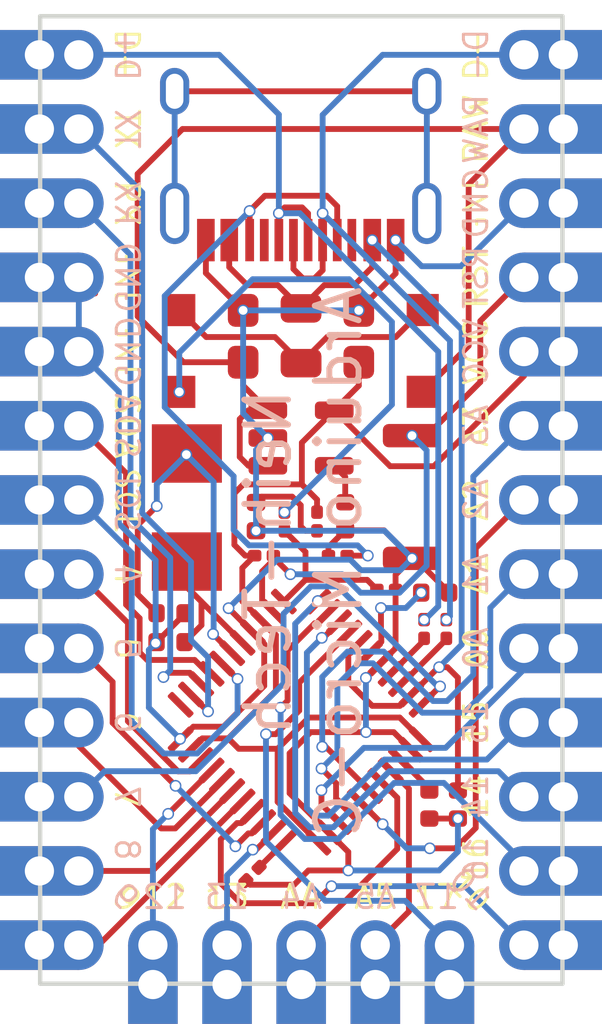
<source format=kicad_pcb>
(kicad_pcb (version 20171130) (host pcbnew "(5.1.8)-1")

  (general
    (thickness 1.6)
    (drawings 67)
    (tracks 472)
    (zones 0)
    (modules 28)
    (nets 48)
  )

  (page A4)
  (layers
    (0 F.Cu signal)
    (31 B.Cu signal)
    (32 B.Adhes user)
    (33 F.Adhes user)
    (34 B.Paste user)
    (35 F.Paste user)
    (36 B.SilkS user)
    (37 F.SilkS user)
    (38 B.Mask user)
    (39 F.Mask user)
    (40 Dwgs.User user)
    (41 Cmts.User user)
    (42 Eco1.User user)
    (43 Eco2.User user)
    (44 Edge.Cuts user)
    (45 Margin user)
    (46 B.CrtYd user)
    (47 F.CrtYd user)
    (48 B.Fab user)
    (49 F.Fab user)
  )

  (setup
    (last_trace_width 0.2)
    (user_trace_width 0.2)
    (trace_clearance 0.2)
    (zone_clearance 0.508)
    (zone_45_only no)
    (trace_min 0.2)
    (via_size 0.8)
    (via_drill 0.4)
    (via_min_size 0.4)
    (via_min_drill 0.3)
    (user_via 0.4 0.3)
    (uvia_size 0.3)
    (uvia_drill 0.1)
    (uvias_allowed yes)
    (uvia_min_size 0.2)
    (uvia_min_drill 0.1)
    (edge_width 0.05)
    (segment_width 0.2)
    (pcb_text_width 0.3)
    (pcb_text_size 1.5 1.5)
    (mod_edge_width 0.12)
    (mod_text_size 1 1)
    (mod_text_width 0.15)
    (pad_size 1.524 1.524)
    (pad_drill 0.762)
    (pad_to_mask_clearance 0)
    (aux_axis_origin 0 0)
    (visible_elements 7FFFFFFF)
    (pcbplotparams
      (layerselection 0x010fc_ffffffff)
      (usegerberextensions false)
      (usegerberattributes true)
      (usegerberadvancedattributes true)
      (creategerberjobfile true)
      (excludeedgelayer true)
      (linewidth 0.100000)
      (plotframeref false)
      (viasonmask false)
      (mode 1)
      (useauxorigin false)
      (hpglpennumber 1)
      (hpglpenspeed 20)
      (hpglpendiameter 15.000000)
      (psnegative false)
      (psa4output false)
      (plotreference true)
      (plotvalue true)
      (plotinvisibletext false)
      (padsonsilk false)
      (subtractmaskfromsilk false)
      (outputformat 1)
      (mirror false)
      (drillshape 0)
      (scaleselection 1)
      (outputdirectory "Gerber/"))
  )

  (net 0 "")
  (net 1 GND)
  (net 2 RAW)
  (net 3 "Net-(C2-Pad1)")
  (net 4 VCC)
  (net 5 "Net-(C4-Pad2)")
  (net 6 "Net-(C5-Pad2)")
  (net 7 AREF)
  (net 8 "Net-(C7-Pad2)")
  (net 9 VBUS)
  (net 10 "Net-(D1-Pad2)")
  (net 11 "Net-(D2-Pad2)")
  (net 12 "Net-(J1-PadB8)")
  (net 13 "Net-(J1-PadA5)")
  (net 14 "Net-(J1-PadS1)")
  (net 15 "Net-(J1-PadA8)")
  (net 16 RX)
  (net 17 TX)
  (net 18 RESET)
  (net 19 A3)
  (net 20 A2)
  (net 21 A1)
  (net 22 A0)
  (net 23 A5)
  (net 24 A4)
  (net 25 D+)
  (net 26 D-)
  (net 27 "Net-(R6-Pad1)")
  (net 28 SDA)
  (net 29 SCL)
  (net 30 "Net-(U2-Pad22)")
  (net 31 "Net-(D1-Pad1)")
  (net 32 4)
  (net 33 5)
  (net 34 6)
  (net 35 7)
  (net 36 8)
  (net 37 9)
  (net 38 13)
  (net 39 12)
  (net 40 10)
  (net 41 11)
  (net 42 17)
  (net 43 16)
  (net 44 15)
  (net 45 14)
  (net 46 C_D+)
  (net 47 C_D-)

  (net_class Default "This is the default net class."
    (clearance 0.2)
    (trace_width 0.25)
    (via_dia 0.8)
    (via_drill 0.4)
    (uvia_dia 0.3)
    (uvia_drill 0.1)
    (add_net 10)
    (add_net 11)
    (add_net 12)
    (add_net 13)
    (add_net 14)
    (add_net 15)
    (add_net 16)
    (add_net 17)
    (add_net 4)
    (add_net 5)
    (add_net 6)
    (add_net 7)
    (add_net 8)
    (add_net 9)
    (add_net A0)
    (add_net A1)
    (add_net A2)
    (add_net A3)
    (add_net A4)
    (add_net A5)
    (add_net AREF)
    (add_net C_D+)
    (add_net C_D-)
    (add_net D+)
    (add_net D-)
    (add_net GND)
    (add_net "Net-(C2-Pad1)")
    (add_net "Net-(C4-Pad2)")
    (add_net "Net-(C5-Pad2)")
    (add_net "Net-(C7-Pad2)")
    (add_net "Net-(D1-Pad1)")
    (add_net "Net-(D1-Pad2)")
    (add_net "Net-(D2-Pad2)")
    (add_net "Net-(J1-PadA5)")
    (add_net "Net-(J1-PadA8)")
    (add_net "Net-(J1-PadB8)")
    (add_net "Net-(J1-PadS1)")
    (add_net "Net-(R6-Pad1)")
    (add_net "Net-(U2-Pad22)")
    (add_net RAW)
    (add_net RESET)
    (add_net RX)
    (add_net SCL)
    (add_net SDA)
    (add_net TX)
    (add_net VBUS)
    (add_net VCC)
  )

  (module NeihConnector:PinHeader_1x13_P2.54mm_Circular_Vertical_2 (layer F.Cu) (tedit 601AC8A6) (tstamp 601AC9CB)
    (at 148.9075 104.648 180)
    (descr "Through hole straight pin header, 1x13, 2.54mm pitch, single row")
    (tags "Through hole pin header THT 1x13 2.54mm single row")
    (path /601B16C7)
    (fp_text reference J4 (at 0 -2.33 180) (layer F.SilkS) hide
      (effects (font (size 1 1) (thickness 0.15)))
    )
    (fp_text value Conn_01x13 (at 0 32.81 180) (layer F.Fab) hide
      (effects (font (size 1 1) (thickness 0.15)))
    )
    (fp_line (start 1.8 -1.8) (end -1.8 -1.8) (layer F.CrtYd) (width 0.05))
    (fp_line (start 1.8 32.25) (end 1.8 -1.8) (layer F.CrtYd) (width 0.05))
    (fp_line (start -1.8 32.25) (end 1.8 32.25) (layer F.CrtYd) (width 0.05))
    (fp_line (start -1.8 -1.8) (end -1.8 32.25) (layer F.CrtYd) (width 0.05))
    (fp_line (start -1.33 -1.33) (end 1.33 -1.33) (layer Dwgs.User) (width 0.12))
    (fp_line (start 1.33 -1.33) (end 1.33 31.81) (layer Dwgs.User) (width 0.12))
    (fp_line (start -1.33 -1.33) (end -1.33 31.81) (layer Dwgs.User) (width 0.12))
    (fp_line (start -1.33 31.81) (end 1.33 31.81) (layer Dwgs.User) (width 0.12))
    (fp_line (start -1.27 -0.635) (end -0.635 -1.27) (layer F.Fab) (width 0.1))
    (fp_line (start -1.27 31.75) (end -1.27 -0.635) (layer F.Fab) (width 0.1))
    (fp_line (start 1.27 31.75) (end -1.27 31.75) (layer F.Fab) (width 0.1))
    (fp_line (start 1.27 -1.27) (end 1.27 31.75) (layer F.Fab) (width 0.1))
    (fp_line (start -0.635 -1.27) (end 1.27 -1.27) (layer F.Fab) (width 0.1))
    (pad 13 thru_hole rect (at -1.35 30.48 180) (size 2.7 1.7) (drill 1) (layers *.Cu *.Mask)
      (net 26 D-))
    (pad 12 thru_hole rect (at -1.35 27.94 180) (size 2.7 1.7) (drill 1) (layers *.Cu *.Mask)
      (net 2 RAW))
    (pad 11 thru_hole rect (at -1.35 25.4 180) (size 2.7 1.7) (drill 1) (layers *.Cu *.Mask)
      (net 1 GND))
    (pad 10 thru_hole rect (at -1.35 22.86 180) (size 2.7 1.7) (drill 1) (layers *.Cu *.Mask)
      (net 18 RESET))
    (pad 9 thru_hole rect (at -1.35 20.32 180) (size 2.7 1.7) (drill 1) (layers *.Cu *.Mask)
      (net 4 VCC))
    (pad 8 thru_hole rect (at -1.35 17.78 180) (size 2.7 1.7) (drill 1) (layers *.Cu *.Mask)
      (net 19 A3))
    (pad 7 thru_hole rect (at -1.35 15.24 180) (size 2.7 1.7) (drill 1) (layers *.Cu *.Mask)
      (net 20 A2))
    (pad 6 thru_hole rect (at -1.35 12.7 180) (size 2.7 1.7) (drill 1) (layers *.Cu *.Mask)
      (net 21 A1))
    (pad 5 thru_hole rect (at -1.35 10.16 180) (size 2.7 1.7) (drill 1) (layers *.Cu *.Mask)
      (net 22 A0))
    (pad 4 thru_hole rect (at -1.35 7.62 180) (size 2.7 1.7) (drill 1) (layers *.Cu *.Mask)
      (net 44 15))
    (pad 3 thru_hole rect (at -1.35 5.08 180) (size 2.7 1.7) (drill 1) (layers *.Cu *.Mask)
      (net 45 14))
    (pad 2 thru_hole rect (at -1.35 2.54 180) (size 2.7 1.7) (drill 1) (layers *.Cu *.Mask)
      (net 43 16))
    (pad 1 thru_hole rect (at -1.35 0 180) (size 2.7 1.7) (drill 1) (layers *.Cu *.Mask)
      (net 40 10))
    (pad 13 thru_hole circle (at 0 30.48 180) (size 1.7 1.7) (drill 1) (layers *.Cu *.Mask)
      (net 26 D-))
    (pad 12 thru_hole circle (at 0 27.94 180) (size 1.7 1.7) (drill 1) (layers *.Cu *.Mask)
      (net 2 RAW))
    (pad 11 thru_hole circle (at 0 25.4 180) (size 1.7 1.7) (drill 1) (layers *.Cu *.Mask)
      (net 1 GND))
    (pad 10 thru_hole circle (at 0 22.86 180) (size 1.7 1.7) (drill 1) (layers *.Cu *.Mask)
      (net 18 RESET))
    (pad 9 thru_hole circle (at 0 20.32 180) (size 1.7 1.7) (drill 1) (layers *.Cu *.Mask)
      (net 4 VCC))
    (pad 8 thru_hole circle (at 0 17.78 180) (size 1.7 1.7) (drill 1) (layers *.Cu *.Mask)
      (net 19 A3))
    (pad 7 thru_hole circle (at 0 15.24 180) (size 1.7 1.7) (drill 1) (layers *.Cu *.Mask)
      (net 20 A2))
    (pad 6 thru_hole circle (at 0 12.7 180) (size 1.7 1.7) (drill 1) (layers *.Cu *.Mask)
      (net 21 A1))
    (pad 5 thru_hole circle (at 0 10.16 180) (size 1.7 1.7) (drill 1) (layers *.Cu *.Mask)
      (net 22 A0))
    (pad 4 thru_hole circle (at 0 7.62 180) (size 1.7 1.7) (drill 1) (layers *.Cu *.Mask)
      (net 44 15))
    (pad 3 thru_hole circle (at 0 5.08 180) (size 1.7 1.7) (drill 1) (layers *.Cu *.Mask)
      (net 45 14))
    (pad 2 thru_hole circle (at 0 2.54 180) (size 1.7 1.7) (drill 1) (layers *.Cu *.Mask)
      (net 43 16))
    (pad 1 thru_hole circle (at 0 0 180) (size 1.7 1.7) (drill 1) (layers *.Cu *.Mask)
      (net 40 10))
    (model ${KISYS3DMOD}/Connector_PinHeader_2.54mm.3dshapes/PinHeader_1x13_P2.54mm_Vertical.wrl
      (at (xyz 0 0 0))
      (scale (xyz 1 1 1))
      (rotate (xyz 0 0 0))
    )
  )

  (module NeihConnector:PinHeader_1x13_P2.54mm_Circular_Vertical_2 (layer F.Cu) (tedit 601AC85E) (tstamp 601AC96C)
    (at 133.6586 74.168)
    (descr "Through hole straight pin header, 1x13, 2.54mm pitch, single row")
    (tags "Through hole pin header THT 1x13 2.54mm single row")
    (path /601AFC80)
    (fp_text reference J2 (at 0 -2.33) (layer F.SilkS) hide
      (effects (font (size 1 1) (thickness 0.15)))
    )
    (fp_text value Conn_01x13 (at 0 32.81) (layer F.Fab) hide
      (effects (font (size 1 1) (thickness 0.15)))
    )
    (fp_line (start 1.8 -1.8) (end -1.8 -1.8) (layer F.CrtYd) (width 0.05))
    (fp_line (start 1.8 32.25) (end 1.8 -1.8) (layer F.CrtYd) (width 0.05))
    (fp_line (start -1.8 32.25) (end 1.8 32.25) (layer F.CrtYd) (width 0.05))
    (fp_line (start -1.8 -1.8) (end -1.8 32.25) (layer F.CrtYd) (width 0.05))
    (fp_line (start -1.33 -1.33) (end 1.33 -1.33) (layer Dwgs.User) (width 0.12))
    (fp_line (start 1.33 -1.33) (end 1.33 31.81) (layer Dwgs.User) (width 0.12))
    (fp_line (start -1.33 -1.33) (end -1.33 31.81) (layer Dwgs.User) (width 0.12))
    (fp_line (start -1.33 31.81) (end 1.33 31.81) (layer Dwgs.User) (width 0.12))
    (fp_line (start -1.27 -0.635) (end -0.635 -1.27) (layer F.Fab) (width 0.1))
    (fp_line (start -1.27 31.75) (end -1.27 -0.635) (layer F.Fab) (width 0.1))
    (fp_line (start 1.27 31.75) (end -1.27 31.75) (layer F.Fab) (width 0.1))
    (fp_line (start 1.27 -1.27) (end 1.27 31.75) (layer F.Fab) (width 0.1))
    (fp_line (start -0.635 -1.27) (end 1.27 -1.27) (layer F.Fab) (width 0.1))
    (pad 13 thru_hole rect (at -1.35 30.48) (size 2.7 1.7) (drill 1) (layers *.Cu *.Mask)
      (net 37 9))
    (pad 12 thru_hole rect (at -1.35 27.94) (size 2.7 1.7) (drill 1) (layers *.Cu *.Mask)
      (net 36 8))
    (pad 11 thru_hole rect (at -1.35 25.4) (size 2.7 1.7) (drill 1) (layers *.Cu *.Mask)
      (net 35 7))
    (pad 10 thru_hole rect (at -1.35 22.86) (size 2.7 1.7) (drill 1) (layers *.Cu *.Mask)
      (net 34 6))
    (pad 9 thru_hole rect (at -1.35 20.32) (size 2.7 1.7) (drill 1) (layers *.Cu *.Mask)
      (net 33 5))
    (pad 8 thru_hole rect (at -1.35 17.78) (size 2.7 1.7) (drill 1) (layers *.Cu *.Mask)
      (net 32 4))
    (pad 7 thru_hole rect (at -1.35 15.24) (size 2.7 1.7) (drill 1) (layers *.Cu *.Mask)
      (net 29 SCL))
    (pad 6 thru_hole rect (at -1.35 12.7) (size 2.7 1.7) (drill 1) (layers *.Cu *.Mask)
      (net 28 SDA))
    (pad 5 thru_hole rect (at -1.35 10.16) (size 2.7 1.7) (drill 1) (layers *.Cu *.Mask)
      (net 1 GND))
    (pad 4 thru_hole rect (at -1.35 7.62) (size 2.7 1.7) (drill 1) (layers *.Cu *.Mask)
      (net 1 GND))
    (pad 3 thru_hole rect (at -1.35 5.08) (size 2.7 1.7) (drill 1) (layers *.Cu *.Mask)
      (net 16 RX))
    (pad 2 thru_hole rect (at -1.35 2.54) (size 2.7 1.7) (drill 1) (layers *.Cu *.Mask)
      (net 17 TX))
    (pad 1 thru_hole rect (at -1.35 0) (size 2.7 1.7) (drill 1) (layers *.Cu *.Mask)
      (net 25 D+))
    (pad 13 thru_hole circle (at 0 30.48) (size 1.7 1.7) (drill 1) (layers *.Cu *.Mask)
      (net 37 9))
    (pad 12 thru_hole circle (at 0 27.94) (size 1.7 1.7) (drill 1) (layers *.Cu *.Mask)
      (net 36 8))
    (pad 11 thru_hole circle (at 0 25.4) (size 1.7 1.7) (drill 1) (layers *.Cu *.Mask)
      (net 35 7))
    (pad 10 thru_hole circle (at 0 22.86) (size 1.7 1.7) (drill 1) (layers *.Cu *.Mask)
      (net 34 6))
    (pad 9 thru_hole circle (at 0 20.32) (size 1.7 1.7) (drill 1) (layers *.Cu *.Mask)
      (net 33 5))
    (pad 8 thru_hole circle (at 0 17.78) (size 1.7 1.7) (drill 1) (layers *.Cu *.Mask)
      (net 32 4))
    (pad 7 thru_hole circle (at 0 15.24) (size 1.7 1.7) (drill 1) (layers *.Cu *.Mask)
      (net 29 SCL))
    (pad 6 thru_hole circle (at 0 12.7) (size 1.7 1.7) (drill 1) (layers *.Cu *.Mask)
      (net 28 SDA))
    (pad 5 thru_hole circle (at 0 10.16) (size 1.7 1.7) (drill 1) (layers *.Cu *.Mask)
      (net 1 GND))
    (pad 4 thru_hole circle (at 0 7.62) (size 1.7 1.7) (drill 1) (layers *.Cu *.Mask)
      (net 1 GND))
    (pad 3 thru_hole circle (at 0 5.08) (size 1.7 1.7) (drill 1) (layers *.Cu *.Mask)
      (net 16 RX))
    (pad 2 thru_hole circle (at 0 2.54) (size 1.7 1.7) (drill 1) (layers *.Cu *.Mask)
      (net 17 TX))
    (pad 1 thru_hole circle (at 0 0) (size 1.7 1.7) (drill 1) (layers *.Cu *.Mask)
      (net 25 D+))
    (model ${KISYS3DMOD}/Connector_PinHeader_2.54mm.3dshapes/PinHeader_1x13_P2.54mm_Vertical.wrl
      (at (xyz 0 0 0))
      (scale (xyz 1 1 1))
      (rotate (xyz 0 0 0))
    )
  )

  (module Resistor_SMD:R_0201_0603Metric (layer F.Cu) (tedit 5F68FEEE) (tstamp 5FEB6B73)
    (at 144.19072 92.47378)
    (descr "Resistor SMD 0201 (0603 Metric), square (rectangular) end terminal, IPC_7351 nominal, (Body size source: https://www.vishay.com/docs/20052/crcw0201e3.pdf), generated with kicad-footprint-generator")
    (tags resistor)
    (path /5FEB92E9)
    (attr smd)
    (fp_text reference R7 (at 0 -1.05) (layer F.SilkS) hide
      (effects (font (size 1 1) (thickness 0.15)))
    )
    (fp_text value 1K (at 0 1.05) (layer F.Fab) hide
      (effects (font (size 1 1) (thickness 0.15)))
    )
    (fp_line (start 0.7 0.35) (end -0.7 0.35) (layer F.CrtYd) (width 0.05))
    (fp_line (start 0.7 -0.35) (end 0.7 0.35) (layer F.CrtYd) (width 0.05))
    (fp_line (start -0.7 -0.35) (end 0.7 -0.35) (layer F.CrtYd) (width 0.05))
    (fp_line (start -0.7 0.35) (end -0.7 -0.35) (layer F.CrtYd) (width 0.05))
    (fp_line (start 0.3 0.15) (end -0.3 0.15) (layer F.Fab) (width 0.1))
    (fp_line (start 0.3 -0.15) (end 0.3 0.15) (layer F.Fab) (width 0.1))
    (fp_line (start -0.3 -0.15) (end 0.3 -0.15) (layer F.Fab) (width 0.1))
    (fp_line (start -0.3 0.15) (end -0.3 -0.15) (layer F.Fab) (width 0.1))
    (fp_text user %R (at 0 -0.68) (layer F.Fab) hide
      (effects (font (size 0.25 0.25) (thickness 0.04)))
    )
    (pad 2 smd roundrect (at 0.32 0) (size 0.46 0.4) (layers F.Cu F.Mask) (roundrect_rratio 0.25)
      (net 1 GND))
    (pad 1 smd roundrect (at -0.32 0) (size 0.46 0.4) (layers F.Cu F.Mask) (roundrect_rratio 0.25)
      (net 41 11))
    (pad "" smd roundrect (at 0.345 0) (size 0.318 0.36) (layers F.Paste) (roundrect_rratio 0.25))
    (pad "" smd roundrect (at -0.345 0) (size 0.318 0.36) (layers F.Paste) (roundrect_rratio 0.25))
    (model ${KISYS3DMOD}/Resistor_SMD.3dshapes/R_0201_0603Metric.wrl
      (at (xyz 0 0 0))
      (scale (xyz 1 1 1))
      (rotate (xyz 0 0 0))
    )
  )

  (module Package_DFN_QFN:QFN-44-1EP_7x7mm_P0.5mm_EP5.2x5.2mm (layer F.Cu) (tedit 5FDDD4A1) (tstamp 5FDE1499)
    (at 141.2748 97.01276 225)
    (descr "QFN, 44 Pin (http://ww1.microchip.com/downloads/en/DeviceDoc/2512S.pdf#page=17), generated with kicad-footprint-generator ipc_noLead_generator.py")
    (tags "QFN NoLead")
    (path /5FE010D0)
    (attr smd)
    (fp_text reference U2 (at 0 -4.82 225) (layer F.SilkS) hide
      (effects (font (size 1 1) (thickness 0.15)))
    )
    (fp_text value ATmega32U4-M (at 0 4.82 225) (layer F.Fab) hide
      (effects (font (size 1 1) (thickness 0.15)))
    )
    (fp_line (start 2.885 -3.61) (end 3.61 -3.61) (layer Dwgs.User) (width 0.12))
    (fp_line (start 3.61 -3.61) (end 3.61 -2.885) (layer Dwgs.User) (width 0.12))
    (fp_line (start -2.885 3.61) (end -3.61 3.61) (layer Dwgs.User) (width 0.12))
    (fp_line (start -3.61 3.61) (end -3.61 2.885) (layer Dwgs.User) (width 0.12))
    (fp_line (start 2.885 3.61) (end 3.61 3.61) (layer Dwgs.User) (width 0.12))
    (fp_line (start 3.61 3.61) (end 3.61 2.885) (layer Dwgs.User) (width 0.12))
    (fp_line (start -2.885 -3.61) (end -3.61 -3.61) (layer Dwgs.User) (width 0.12))
    (fp_line (start -2.5 -3.5) (end 3.5 -3.5) (layer F.Fab) (width 0.1))
    (fp_line (start 3.5 -3.5) (end 3.5 3.5) (layer F.Fab) (width 0.1))
    (fp_line (start 3.5 3.5) (end -3.5 3.5) (layer F.Fab) (width 0.1))
    (fp_line (start -3.5 3.5) (end -3.5 -2.5) (layer F.Fab) (width 0.1))
    (fp_line (start -3.5 -2.5) (end -2.5 -3.5) (layer F.Fab) (width 0.1))
    (fp_line (start -4.12 -4.12) (end -4.12 4.12) (layer F.CrtYd) (width 0.05))
    (fp_line (start -4.12 4.12) (end 4.12 4.12) (layer F.CrtYd) (width 0.05))
    (fp_line (start 4.12 4.12) (end 4.12 -4.12) (layer F.CrtYd) (width 0.05))
    (fp_line (start 4.12 -4.12) (end -4.12 -4.12) (layer F.CrtYd) (width 0.05))
    (fp_text user %R (at 0 0 225) (layer F.Fab) hide
      (effects (font (size 1 1) (thickness 0.15)))
    )
    (pad 44 smd roundrect (at -2.5 -3.3375 225) (size 0.25 1.075) (layers F.Cu F.Paste F.Mask) (roundrect_rratio 0.25)
      (net 4 VCC))
    (pad 43 smd roundrect (at -2 -3.3375 225) (size 0.25 1.075) (layers F.Cu F.Paste F.Mask) (roundrect_rratio 0.25)
      (net 1 GND))
    (pad 42 smd roundrect (at -1.5 -3.3375 225) (size 0.25 1.075) (layers F.Cu F.Paste F.Mask) (roundrect_rratio 0.25)
      (net 7 AREF))
    (pad 41 smd roundrect (at -1 -3.3375 225) (size 0.25 1.075) (layers F.Cu F.Paste F.Mask) (roundrect_rratio 0.25)
      (net 23 A5))
    (pad 40 smd roundrect (at -0.5 -3.3375 225) (size 0.25 1.075) (layers F.Cu F.Paste F.Mask) (roundrect_rratio 0.25)
      (net 24 A4))
    (pad 39 smd roundrect (at 0 -3.3375 225) (size 0.25 1.075) (layers F.Cu F.Paste F.Mask) (roundrect_rratio 0.25)
      (net 19 A3))
    (pad 38 smd roundrect (at 0.5 -3.3375 225) (size 0.25 1.075) (layers F.Cu F.Paste F.Mask) (roundrect_rratio 0.25)
      (net 20 A2))
    (pad 37 smd roundrect (at 1 -3.3375 225) (size 0.25 1.075) (layers F.Cu F.Paste F.Mask) (roundrect_rratio 0.25)
      (net 21 A1))
    (pad 36 smd roundrect (at 1.5 -3.3375 225) (size 0.25 1.075) (layers F.Cu F.Paste F.Mask) (roundrect_rratio 0.25)
      (net 22 A0))
    (pad 35 smd roundrect (at 2 -3.3375 225) (size 0.25 1.075) (layers F.Cu F.Paste F.Mask) (roundrect_rratio 0.25)
      (net 1 GND))
    (pad 34 smd roundrect (at 2.5 -3.3375 225) (size 0.25 1.075) (layers F.Cu F.Paste F.Mask) (roundrect_rratio 0.25)
      (net 4 VCC))
    (pad 33 smd roundrect (at 3.3375 -2.5 225) (size 1.075 0.25) (layers F.Cu F.Paste F.Mask) (roundrect_rratio 0.25)
      (net 27 "Net-(R6-Pad1)"))
    (pad 32 smd roundrect (at 3.3375 -2 225) (size 1.075 0.25) (layers F.Cu F.Paste F.Mask) (roundrect_rratio 0.25)
      (net 38 13))
    (pad 31 smd roundrect (at 3.3375 -1.5 225) (size 1.075 0.25) (layers F.Cu F.Paste F.Mask) (roundrect_rratio 0.25)
      (net 33 5))
    (pad 30 smd roundrect (at 3.3375 -1 225) (size 1.075 0.25) (layers F.Cu F.Paste F.Mask) (roundrect_rratio 0.25)
      (net 40 10))
    (pad 29 smd roundrect (at 3.3375 -0.5 225) (size 1.075 0.25) (layers F.Cu F.Paste F.Mask) (roundrect_rratio 0.25)
      (net 37 9))
    (pad 28 smd roundrect (at 3.3375 0 225) (size 1.075 0.25) (layers F.Cu F.Paste F.Mask) (roundrect_rratio 0.25)
      (net 36 8))
    (pad 27 smd roundrect (at 3.3375 0.5 225) (size 1.075 0.25) (layers F.Cu F.Paste F.Mask) (roundrect_rratio 0.25)
      (net 34 6))
    (pad 26 smd roundrect (at 3.3375 1 225) (size 1.075 0.25) (layers F.Cu F.Paste F.Mask) (roundrect_rratio 0.25)
      (net 39 12))
    (pad 25 smd roundrect (at 3.3375 1.5 225) (size 1.075 0.25) (layers F.Cu F.Paste F.Mask) (roundrect_rratio 0.25)
      (net 32 4))
    (pad 24 smd roundrect (at 3.3375 2 225) (size 1.075 0.25) (layers F.Cu F.Paste F.Mask) (roundrect_rratio 0.25)
      (net 4 VCC))
    (pad 23 smd roundrect (at 3.3375 2.5 225) (size 1.075 0.25) (layers F.Cu F.Paste F.Mask) (roundrect_rratio 0.25)
      (net 1 GND))
    (pad 22 smd roundrect (at 2.5 3.3375 225) (size 0.25 1.075) (layers F.Cu F.Paste F.Mask) (roundrect_rratio 0.25)
      (net 30 "Net-(U2-Pad22)"))
    (pad 21 smd roundrect (at 2 3.3375 225) (size 0.25 1.075) (layers F.Cu F.Paste F.Mask) (roundrect_rratio 0.25)
      (net 17 TX))
    (pad 20 smd roundrect (at 1.5 3.3375 225) (size 0.25 1.075) (layers F.Cu F.Paste F.Mask) (roundrect_rratio 0.25)
      (net 16 RX))
    (pad 19 smd roundrect (at 1 3.3375 225) (size 0.25 1.075) (layers F.Cu F.Paste F.Mask) (roundrect_rratio 0.25)
      (net 28 SDA))
    (pad 18 smd roundrect (at 0.5 3.3375 225) (size 0.25 1.075) (layers F.Cu F.Paste F.Mask) (roundrect_rratio 0.25)
      (net 29 SCL))
    (pad 17 smd roundrect (at 0 3.3375 225) (size 0.25 1.075) (layers F.Cu F.Paste F.Mask) (roundrect_rratio 0.25)
      (net 5 "Net-(C4-Pad2)"))
    (pad 16 smd roundrect (at -0.5 3.3375 225) (size 0.25 1.075) (layers F.Cu F.Paste F.Mask) (roundrect_rratio 0.25)
      (net 6 "Net-(C5-Pad2)"))
    (pad 15 smd roundrect (at -1 3.3375 225) (size 0.25 1.075) (layers F.Cu F.Paste F.Mask) (roundrect_rratio 0.25)
      (net 1 GND))
    (pad 14 smd roundrect (at -1.5 3.3375 225) (size 0.25 1.075) (layers F.Cu F.Paste F.Mask) (roundrect_rratio 0.25)
      (net 4 VCC))
    (pad 13 smd roundrect (at -2 3.3375 225) (size 0.25 1.075) (layers F.Cu F.Paste F.Mask) (roundrect_rratio 0.25)
      (net 18 RESET))
    (pad 12 smd roundrect (at -2.5 3.3375 225) (size 0.25 1.075) (layers F.Cu F.Paste F.Mask) (roundrect_rratio 0.25)
      (net 41 11))
    (pad 11 smd roundrect (at -3.3375 2.5 225) (size 1.075 0.25) (layers F.Cu F.Paste F.Mask) (roundrect_rratio 0.25)
      (net 45 14))
    (pad 10 smd roundrect (at -3.3375 2 225) (size 1.075 0.25) (layers F.Cu F.Paste F.Mask) (roundrect_rratio 0.25)
      (net 43 16))
    (pad 9 smd roundrect (at -3.3375 1.5 225) (size 1.075 0.25) (layers F.Cu F.Paste F.Mask) (roundrect_rratio 0.25)
      (net 44 15))
    (pad 8 smd roundrect (at -3.3375 1 225) (size 1.075 0.25) (layers F.Cu F.Paste F.Mask) (roundrect_rratio 0.25)
      (net 42 17))
    (pad 7 smd roundrect (at -3.3375 0.5 225) (size 1.075 0.25) (layers F.Cu F.Paste F.Mask) (roundrect_rratio 0.25)
      (net 9 VBUS))
    (pad 6 smd roundrect (at -3.3375 0 225) (size 1.075 0.25) (layers F.Cu F.Paste F.Mask) (roundrect_rratio 0.25)
      (net 8 "Net-(C7-Pad2)"))
    (pad 5 smd roundrect (at -3.3375 -0.5 225) (size 1.075 0.25) (layers F.Cu F.Paste F.Mask) (roundrect_rratio 0.25)
      (net 1 GND))
    (pad 4 smd roundrect (at -3.3375 -1 225) (size 1.075 0.25) (layers F.Cu F.Paste F.Mask) (roundrect_rratio 0.25)
      (net 46 C_D+))
    (pad 3 smd roundrect (at -3.3375 -1.5 225) (size 1.075 0.25) (layers F.Cu F.Paste F.Mask) (roundrect_rratio 0.25)
      (net 47 C_D-))
    (pad 2 smd roundrect (at -3.3375 -2 225) (size 1.075 0.25) (layers F.Cu F.Paste F.Mask) (roundrect_rratio 0.25)
      (net 9 VBUS))
    (pad 1 smd roundrect (at -3.3375 -2.5 225) (size 1.075 0.25) (layers F.Cu F.Paste F.Mask) (roundrect_rratio 0.25)
      (net 35 7))
    (model ${KISYS3DMOD}/Package_DFN_QFN.3dshapes/QFN-44-1EP_7x7mm_P0.5mm_EP5.2x5.2mm.wrl
      (at (xyz 0 0 0))
      (scale (xyz 1 1 1))
      (rotate (xyz 0 0 0))
    )
  )

  (module Capacitor_SMD:C_0402_1005Metric (layer F.Cu) (tedit 5FDDD465) (tstamp 5FB96E47)
    (at 145.86966 92.58046 180)
    (descr "Capacitor SMD 0402 (1005 Metric), square (rectangular) end terminal, IPC_7351 nominal, (Body size source: IPC-SM-782 page 76, https://www.pcb-3d.com/wordpress/wp-content/uploads/ipc-sm-782a_amendment_1_and_2.pdf), generated with kicad-footprint-generator")
    (tags capacitor)
    (path /5FB9FF77)
    (attr smd)
    (fp_text reference C7 (at 0 -1.16) (layer F.SilkS) hide
      (effects (font (size 1 1) (thickness 0.15)))
    )
    (fp_text value 1uF (at 0 1.16) (layer F.Fab) hide
      (effects (font (size 1 1) (thickness 0.15)))
    )
    (fp_line (start -0.5 0.25) (end -0.5 -0.25) (layer F.Fab) (width 0.1))
    (fp_line (start -0.5 -0.25) (end 0.5 -0.25) (layer F.Fab) (width 0.1))
    (fp_line (start 0.5 -0.25) (end 0.5 0.25) (layer F.Fab) (width 0.1))
    (fp_line (start 0.5 0.25) (end -0.5 0.25) (layer F.Fab) (width 0.1))
    (fp_line (start -0.107836 -0.36) (end 0.107836 -0.36) (layer Dwgs.User) (width 0.12))
    (fp_line (start -0.107836 0.36) (end 0.107836 0.36) (layer Dwgs.User) (width 0.12))
    (fp_line (start -0.91 0.46) (end -0.91 -0.46) (layer F.CrtYd) (width 0.05))
    (fp_line (start -0.91 -0.46) (end 0.91 -0.46) (layer F.CrtYd) (width 0.05))
    (fp_line (start 0.91 -0.46) (end 0.91 0.46) (layer F.CrtYd) (width 0.05))
    (fp_line (start 0.91 0.46) (end -0.91 0.46) (layer F.CrtYd) (width 0.05))
    (fp_text user %R (at 0 0) (layer F.Fab) hide
      (effects (font (size 0.25 0.25) (thickness 0.04)))
    )
    (pad 2 smd roundrect (at 0.48 0 180) (size 0.56 0.62) (layers F.Cu F.Paste F.Mask) (roundrect_rratio 0.25)
      (net 8 "Net-(C7-Pad2)"))
    (pad 1 smd roundrect (at -0.48 0 180) (size 0.56 0.62) (layers F.Cu F.Paste F.Mask) (roundrect_rratio 0.25)
      (net 1 GND))
    (model ${KISYS3DMOD}/Capacitor_SMD.3dshapes/C_0402_1005Metric.wrl
      (at (xyz 0 0 0))
      (scale (xyz 1 1 1))
      (rotate (xyz 0 0 0))
    )
  )

  (module Capacitor_SMD:C_0402_1005Metric (layer F.Cu) (tedit 5FDDD44A) (tstamp 5FB96E25)
    (at 136.80186 94.27464)
    (descr "Capacitor SMD 0402 (1005 Metric), square (rectangular) end terminal, IPC_7351 nominal, (Body size source: IPC-SM-782 page 76, https://www.pcb-3d.com/wordpress/wp-content/uploads/ipc-sm-782a_amendment_1_and_2.pdf), generated with kicad-footprint-generator")
    (tags capacitor)
    (path /5FB9FF4F)
    (attr smd)
    (fp_text reference C5 (at 0 -1.16) (layer F.SilkS) hide
      (effects (font (size 1 1) (thickness 0.15)))
    )
    (fp_text value 22pF (at 0 1.16) (layer F.Fab) hide
      (effects (font (size 1 1) (thickness 0.15)))
    )
    (fp_line (start -0.5 0.25) (end -0.5 -0.25) (layer F.Fab) (width 0.1))
    (fp_line (start -0.5 -0.25) (end 0.5 -0.25) (layer F.Fab) (width 0.1))
    (fp_line (start 0.5 -0.25) (end 0.5 0.25) (layer F.Fab) (width 0.1))
    (fp_line (start 0.5 0.25) (end -0.5 0.25) (layer F.Fab) (width 0.1))
    (fp_line (start -0.107836 -0.36) (end 0.107836 -0.36) (layer Dwgs.User) (width 0.12))
    (fp_line (start -0.107836 0.36) (end 0.107836 0.36) (layer Dwgs.User) (width 0.12))
    (fp_line (start -0.91 0.46) (end -0.91 -0.46) (layer F.CrtYd) (width 0.05))
    (fp_line (start -0.91 -0.46) (end 0.91 -0.46) (layer F.CrtYd) (width 0.05))
    (fp_line (start 0.91 -0.46) (end 0.91 0.46) (layer F.CrtYd) (width 0.05))
    (fp_line (start 0.91 0.46) (end -0.91 0.46) (layer F.CrtYd) (width 0.05))
    (fp_text user %R (at 0 0) (layer F.Fab) hide
      (effects (font (size 0.25 0.25) (thickness 0.04)))
    )
    (pad 2 smd roundrect (at 0.48 0) (size 0.56 0.62) (layers F.Cu F.Paste F.Mask) (roundrect_rratio 0.25)
      (net 6 "Net-(C5-Pad2)"))
    (pad 1 smd roundrect (at -0.48 0) (size 0.56 0.62) (layers F.Cu F.Paste F.Mask) (roundrect_rratio 0.25)
      (net 1 GND))
    (model ${KISYS3DMOD}/Capacitor_SMD.3dshapes/C_0402_1005Metric.wrl
      (at (xyz 0 0 0))
      (scale (xyz 1 1 1))
      (rotate (xyz 0 0 0))
    )
  )

  (module Capacitor_SMD:C_0402_1005Metric (layer F.Cu) (tedit 5FDDD436) (tstamp 5FB96E14)
    (at 136.80186 93.28404 180)
    (descr "Capacitor SMD 0402 (1005 Metric), square (rectangular) end terminal, IPC_7351 nominal, (Body size source: IPC-SM-782 page 76, https://www.pcb-3d.com/wordpress/wp-content/uploads/ipc-sm-782a_amendment_1_and_2.pdf), generated with kicad-footprint-generator")
    (tags capacitor)
    (path /5FB9FF55)
    (attr smd)
    (fp_text reference C4 (at 0 -1.16) (layer F.SilkS) hide
      (effects (font (size 1 1) (thickness 0.15)))
    )
    (fp_text value 22pF (at 0 1.16) (layer F.Fab) hide
      (effects (font (size 1 1) (thickness 0.15)))
    )
    (fp_line (start -0.5 0.25) (end -0.5 -0.25) (layer F.Fab) (width 0.1))
    (fp_line (start -0.5 -0.25) (end 0.5 -0.25) (layer F.Fab) (width 0.1))
    (fp_line (start 0.5 -0.25) (end 0.5 0.25) (layer F.Fab) (width 0.1))
    (fp_line (start 0.5 0.25) (end -0.5 0.25) (layer F.Fab) (width 0.1))
    (fp_line (start -0.107836 -0.36) (end 0.107836 -0.36) (layer Dwgs.User) (width 0.12))
    (fp_line (start -0.107836 0.36) (end 0.107836 0.36) (layer Dwgs.User) (width 0.12))
    (fp_line (start -0.91 0.46) (end -0.91 -0.46) (layer F.CrtYd) (width 0.05))
    (fp_line (start -0.91 -0.46) (end 0.91 -0.46) (layer F.CrtYd) (width 0.05))
    (fp_line (start 0.91 -0.46) (end 0.91 0.46) (layer F.CrtYd) (width 0.05))
    (fp_line (start 0.91 0.46) (end -0.91 0.46) (layer F.CrtYd) (width 0.05))
    (fp_text user %R (at 0 0) (layer F.Fab) hide
      (effects (font (size 0.25 0.25) (thickness 0.04)))
    )
    (pad 2 smd roundrect (at 0.48 0 180) (size 0.56 0.62) (layers F.Cu F.Paste F.Mask) (roundrect_rratio 0.25)
      (net 5 "Net-(C4-Pad2)"))
    (pad 1 smd roundrect (at -0.48 0 180) (size 0.56 0.62) (layers F.Cu F.Paste F.Mask) (roundrect_rratio 0.25)
      (net 1 GND))
    (model ${KISYS3DMOD}/Capacitor_SMD.3dshapes/C_0402_1005Metric.wrl
      (at (xyz 0 0 0))
      (scale (xyz 1 1 1))
      (rotate (xyz 0 0 0))
    )
  )

  (module LED_SMD:LED_0402_1005Metric (layer F.Cu) (tedit 5FDDD410) (tstamp 5FB96E82)
    (at 139.73048 89.97696 90)
    (descr "LED SMD 0402 (1005 Metric), square (rectangular) end terminal, IPC_7351 nominal, (Body size source: http://www.tortai-tech.com/upload/download/2011102023233369053.pdf), generated with kicad-footprint-generator")
    (tags LED)
    (path /5FBA005B)
    (attr smd)
    (fp_text reference D2 (at 0 -1.17 270) (layer F.SilkS) hide
      (effects (font (size 1 1) (thickness 0.15)))
    )
    (fp_text value LED (at 0 1.17 270) (layer F.Fab) hide
      (effects (font (size 1 1) (thickness 0.15)))
    )
    (fp_circle (center -1.09 0) (end -1.04 0) (layer Dwgs.User) (width 0.1))
    (fp_line (start -0.5 0.25) (end -0.5 -0.25) (layer F.Fab) (width 0.1))
    (fp_line (start -0.5 -0.25) (end 0.5 -0.25) (layer F.Fab) (width 0.1))
    (fp_line (start 0.5 -0.25) (end 0.5 0.25) (layer F.Fab) (width 0.1))
    (fp_line (start 0.5 0.25) (end -0.5 0.25) (layer F.Fab) (width 0.1))
    (fp_line (start -0.4 0.25) (end -0.4 -0.25) (layer F.Fab) (width 0.1))
    (fp_line (start -0.3 0.25) (end -0.3 -0.25) (layer F.Fab) (width 0.1))
    (fp_line (start -0.93 0.47) (end -0.93 -0.47) (layer F.CrtYd) (width 0.05))
    (fp_line (start -0.93 -0.47) (end 0.93 -0.47) (layer F.CrtYd) (width 0.05))
    (fp_line (start 0.93 -0.47) (end 0.93 0.47) (layer F.CrtYd) (width 0.05))
    (fp_line (start 0.93 0.47) (end -0.93 0.47) (layer F.CrtYd) (width 0.05))
    (fp_text user %R (at 0 0 270) (layer F.Fab) hide
      (effects (font (size 0.25 0.25) (thickness 0.04)))
    )
    (pad 2 smd roundrect (at 0.485 0 90) (size 0.59 0.64) (layers F.Cu F.Paste F.Mask) (roundrect_rratio 0.25)
      (net 11 "Net-(D2-Pad2)"))
    (pad 1 smd roundrect (at -0.485 0 90) (size 0.59 0.64) (layers F.Cu F.Paste F.Mask) (roundrect_rratio 0.25)
      (net 1 GND))
    (model ${KISYS3DMOD}/LED_SMD.3dshapes/LED_0402_1005Metric.wrl
      (at (xyz 0 0 0))
      (scale (xyz 1 1 1))
      (rotate (xyz 0 0 0))
    )
  )

  (module Capacitor_SMD:C_0402_1005Metric (layer F.Cu) (tedit 5FDDD3FA) (tstamp 5FB96DF0)
    (at 142.7861 89.9668 270)
    (descr "Capacitor SMD 0402 (1005 Metric), square (rectangular) end terminal, IPC_7351 nominal, (Body size source: IPC-SM-782 page 76, https://www.pcb-3d.com/wordpress/wp-content/uploads/ipc-sm-782a_amendment_1_and_2.pdf), generated with kicad-footprint-generator")
    (tags capacitor)
    (path /5FBA0043)
    (attr smd)
    (fp_text reference C2 (at 0 -1.16 90) (layer F.SilkS) hide
      (effects (font (size 1 1) (thickness 0.15)))
    )
    (fp_text value 470pF (at 0 1.16 90) (layer F.Fab) hide
      (effects (font (size 1 1) (thickness 0.15)))
    )
    (fp_line (start -0.5 0.25) (end -0.5 -0.25) (layer F.Fab) (width 0.1))
    (fp_line (start -0.5 -0.25) (end 0.5 -0.25) (layer F.Fab) (width 0.1))
    (fp_line (start 0.5 -0.25) (end 0.5 0.25) (layer F.Fab) (width 0.1))
    (fp_line (start 0.5 0.25) (end -0.5 0.25) (layer F.Fab) (width 0.1))
    (fp_line (start -0.107836 -0.36) (end 0.107836 -0.36) (layer Dwgs.User) (width 0.12))
    (fp_line (start -0.107836 0.36) (end 0.107836 0.36) (layer Dwgs.User) (width 0.12))
    (fp_line (start -0.91 0.46) (end -0.91 -0.46) (layer F.CrtYd) (width 0.05))
    (fp_line (start -0.91 -0.46) (end 0.91 -0.46) (layer F.CrtYd) (width 0.05))
    (fp_line (start 0.91 -0.46) (end 0.91 0.46) (layer F.CrtYd) (width 0.05))
    (fp_line (start 0.91 0.46) (end -0.91 0.46) (layer F.CrtYd) (width 0.05))
    (fp_text user %R (at 0 0 90) (layer F.Fab) hide
      (effects (font (size 0.25 0.25) (thickness 0.04)))
    )
    (pad 2 smd roundrect (at 0.48 0 270) (size 0.56 0.62) (layers F.Cu F.Paste F.Mask) (roundrect_rratio 0.25)
      (net 1 GND))
    (pad 1 smd roundrect (at -0.48 0 270) (size 0.56 0.62) (layers F.Cu F.Paste F.Mask) (roundrect_rratio 0.25)
      (net 3 "Net-(C2-Pad1)"))
    (model ${KISYS3DMOD}/Capacitor_SMD.3dshapes/C_0402_1005Metric.wrl
      (at (xyz 0 0 0))
      (scale (xyz 1 1 1))
      (rotate (xyz 0 0 0))
    )
  )

  (module Crystal:Crystal_SMD_5032-2Pin_5.0x3.2mm (layer F.Cu) (tedit 5FDDD3DB) (tstamp 5FB970AC)
    (at 137.36066 89.66708 90)
    (descr "SMD Crystal SERIES SMD2520/2 http://www.icbase.com/File/PDF/HKC/HKC00061008.pdf, 5.0x3.2mm^2 package")
    (tags "SMD SMT crystal")
    (path /5FB9FF49)
    (attr smd)
    (fp_text reference Y1 (at 0 -2.8 90) (layer F.SilkS) hide
      (effects (font (size 1 1) (thickness 0.15)))
    )
    (fp_text value 16MHz (at 0 2.8 90) (layer F.Fab) hide
      (effects (font (size 1 1) (thickness 0.15)))
    )
    (fp_line (start -2.3 -1.6) (end 2.3 -1.6) (layer F.Fab) (width 0.1))
    (fp_line (start 2.3 -1.6) (end 2.5 -1.4) (layer F.Fab) (width 0.1))
    (fp_line (start 2.5 -1.4) (end 2.5 1.4) (layer F.Fab) (width 0.1))
    (fp_line (start 2.5 1.4) (end 2.3 1.6) (layer F.Fab) (width 0.1))
    (fp_line (start 2.3 1.6) (end -2.3 1.6) (layer F.Fab) (width 0.1))
    (fp_line (start -2.3 1.6) (end -2.5 1.4) (layer F.Fab) (width 0.1))
    (fp_line (start -2.5 1.4) (end -2.5 -1.4) (layer F.Fab) (width 0.1))
    (fp_line (start -2.5 -1.4) (end -2.3 -1.6) (layer F.Fab) (width 0.1))
    (fp_line (start -2.5 0.6) (end -1.5 1.6) (layer F.Fab) (width 0.1))
    (fp_line (start 2.7 -1.8) (end -3.05 -1.8) (layer Dwgs.User) (width 0.12))
    (fp_line (start -3.05 -1.8) (end -3.05 1.8) (layer Dwgs.User) (width 0.12))
    (fp_line (start -3.05 1.8) (end 2.7 1.8) (layer Dwgs.User) (width 0.12))
    (fp_line (start -3.1 -1.9) (end -3.1 1.9) (layer F.CrtYd) (width 0.05))
    (fp_line (start -3.1 1.9) (end 3.1 1.9) (layer F.CrtYd) (width 0.05))
    (fp_line (start 3.1 1.9) (end 3.1 -1.9) (layer F.CrtYd) (width 0.05))
    (fp_line (start 3.1 -1.9) (end -3.1 -1.9) (layer F.CrtYd) (width 0.05))
    (fp_circle (center 0 0) (end 0.4 0) (layer F.Adhes) (width 0.1))
    (fp_circle (center 0 0) (end 0.333333 0) (layer F.Adhes) (width 0.133333))
    (fp_circle (center 0 0) (end 0.213333 0) (layer F.Adhes) (width 0.133333))
    (fp_circle (center 0 0) (end 0.093333 0) (layer F.Adhes) (width 0.186667))
    (fp_text user %R (at 0 0 90) (layer F.Fab) hide
      (effects (font (size 1 1) (thickness 0.15)))
    )
    (pad 2 smd rect (at 1.85 0 90) (size 2 2.4) (layers F.Cu F.Paste F.Mask)
      (net 5 "Net-(C4-Pad2)"))
    (pad 1 smd rect (at -1.85 0 90) (size 2 2.4) (layers F.Cu F.Paste F.Mask)
      (net 6 "Net-(C5-Pad2)"))
    (model ${KISYS3DMOD}/Crystal.3dshapes/Crystal_SMD_5032-2Pin_5.0x3.2mm.wrl
      (at (xyz 0 0 0))
      (scale (xyz 1 1 1))
      (rotate (xyz 0 0 0))
    )
  )

  (module Button_Switch_SMD:SW_Push_SPST_NO_Alps_SKRK (layer F.Cu) (tedit 5FDDD3BB) (tstamp 5FBBF7F9)
    (at 145.07464 89.3064 270)
    (descr http://www.alps.com/prod/info/E/HTML/Tact/SurfaceMount/SKRK/SKRKAHE020.html)
    (tags "SMD SMT button")
    (path /5FBEA1D4)
    (attr smd)
    (fp_text reference SW2 (at 0 -2.25 90) (layer F.SilkS) hide
      (effects (font (size 1 1) (thickness 0.15)))
    )
    (fp_text value SW_Push (at 0 2.5 90) (layer F.Fab) hide
      (effects (font (size 1 1) (thickness 0.15)))
    )
    (fp_line (start -2.07 -1.57) (end 2.07 -1.57) (layer Dwgs.User) (width 0.12))
    (fp_line (start 2.07 1.27) (end 2.07 1.57) (layer Dwgs.User) (width 0.12))
    (fp_line (start 2.07 1.57) (end -2.07 1.57) (layer Dwgs.User) (width 0.12))
    (fp_line (start -2.07 -1.27) (end -2.07 -1.57) (layer Dwgs.User) (width 0.12))
    (fp_circle (center 0 0) (end 1 0) (layer F.Fab) (width 0.1))
    (fp_line (start -2.75 -1.7) (end 2.75 -1.7) (layer F.CrtYd) (width 0.05))
    (fp_line (start 2.75 -1.7) (end 2.75 1.7) (layer F.CrtYd) (width 0.05))
    (fp_line (start 2.75 1.7) (end -2.75 1.7) (layer F.CrtYd) (width 0.05))
    (fp_line (start -2.75 1.7) (end -2.75 -1.7) (layer F.CrtYd) (width 0.05))
    (fp_line (start 1.95 1.45) (end -1.95 1.45) (layer F.Fab) (width 0.1))
    (fp_line (start -1.95 1.45) (end -1.95 -1.45) (layer F.Fab) (width 0.1))
    (fp_line (start -1.95 -1.45) (end 1.95 -1.45) (layer F.Fab) (width 0.1))
    (fp_line (start 1.95 -1.45) (end 1.95 1.45) (layer F.Fab) (width 0.1))
    (fp_line (start -2.07 1.57) (end -2.07 1.27) (layer Dwgs.User) (width 0.12))
    (fp_line (start 2.07 -1.57) (end 2.07 -1.27) (layer Dwgs.User) (width 0.12))
    (fp_text user %R (at 0 0 90) (layer F.Fab) hide
      (effects (font (size 1 1) (thickness 0.15)))
    )
    (pad 1 smd roundrect (at -2.1 0 270) (size 0.8 2) (layers F.Cu F.Paste F.Mask) (roundrect_rratio 0.25)
      (net 18 RESET))
    (pad 2 smd roundrect (at 2.1 0 270) (size 0.8 2) (layers F.Cu F.Paste F.Mask) (roundrect_rratio 0.25)
      (net 1 GND))
    (model ${KISYS3DMOD}/Button_Switch_SMD.3dshapes/SW_Push_SPST_NO_Alps_SKRK.wrl
      (at (xyz 0 0 0))
      (scale (xyz 1 1 1))
      (rotate (xyz 0 0 0))
    )
  )

  (module Package_TO_SOT_SMD:SOT-23-5 (layer F.Cu) (tedit 5FDDD393) (tstamp 5FB97025)
    (at 141.27226 87.28698)
    (descr "SOT, 5 Pin (https://www.jedec.org/sites/default/files/docs/Mo-178c.PDF variant AA), generated with kicad-footprint-generator ipc_gullwing_generator.py")
    (tags "SOT TO_SOT_SMD")
    (path /5FBA006E)
    (attr smd)
    (fp_text reference U1 (at 0 -2.4 180) (layer F.SilkS) hide
      (effects (font (size 1 1) (thickness 0.15)))
    )
    (fp_text value MIC5219-5.0YM5 (at 0 2.4 180) (layer F.Fab) hide
      (effects (font (size 1 1) (thickness 0.15)))
    )
    (fp_line (start 0 1.56) (end 0.8 1.56) (layer Dwgs.User) (width 0.12))
    (fp_line (start 0 1.56) (end -0.8 1.56) (layer Dwgs.User) (width 0.12))
    (fp_line (start 0 -1.56) (end 0.8 -1.56) (layer Dwgs.User) (width 0.12))
    (fp_line (start 0 -1.56) (end -1.8 -1.56) (layer Dwgs.User) (width 0.12))
    (fp_line (start -0.4 -1.45) (end 0.8 -1.45) (layer F.Fab) (width 0.1))
    (fp_line (start 0.8 -1.45) (end 0.8 1.45) (layer F.Fab) (width 0.1))
    (fp_line (start 0.8 1.45) (end -0.8 1.45) (layer F.Fab) (width 0.1))
    (fp_line (start -0.8 1.45) (end -0.8 -1.05) (layer F.Fab) (width 0.1))
    (fp_line (start -0.8 -1.05) (end -0.4 -1.45) (layer F.Fab) (width 0.1))
    (fp_line (start -2.05 -1.7) (end -2.05 1.7) (layer F.CrtYd) (width 0.05))
    (fp_line (start -2.05 1.7) (end 2.05 1.7) (layer F.CrtYd) (width 0.05))
    (fp_line (start 2.05 1.7) (end 2.05 -1.7) (layer F.CrtYd) (width 0.05))
    (fp_line (start 2.05 -1.7) (end -2.05 -1.7) (layer F.CrtYd) (width 0.05))
    (fp_text user %R (at 0 0 180) (layer F.Fab) hide
      (effects (font (size 0.4 0.4) (thickness 0.06)))
    )
    (pad 5 smd roundrect (at 1.1375 -0.95) (size 1.325 0.6) (layers F.Cu F.Paste F.Mask) (roundrect_rratio 0.25)
      (net 4 VCC))
    (pad 4 smd roundrect (at 1.1375 0.95) (size 1.325 0.6) (layers F.Cu F.Paste F.Mask) (roundrect_rratio 0.25)
      (net 3 "Net-(C2-Pad1)"))
    (pad 3 smd roundrect (at -1.1375 0.95) (size 1.325 0.6) (layers F.Cu F.Paste F.Mask) (roundrect_rratio 0.25)
      (net 2 RAW))
    (pad 2 smd roundrect (at -1.1375 0) (size 1.325 0.6) (layers F.Cu F.Paste F.Mask) (roundrect_rratio 0.25)
      (net 1 GND))
    (pad 1 smd roundrect (at -1.1375 -0.95) (size 1.325 0.6) (layers F.Cu F.Paste F.Mask) (roundrect_rratio 0.25)
      (net 2 RAW))
    (model ${KISYS3DMOD}/Package_TO_SOT_SMD.3dshapes/SOT-23-5.wrl
      (at (xyz 0 0 0))
      (scale (xyz 1 1 1))
      (rotate (xyz 0 0 0))
    )
  )

  (module Fuse:Fuse_0805_2012Metric (layer F.Cu) (tedit 5FDDD360) (tstamp 5FB96EC9)
    (at 141.27226 83.78698 270)
    (descr "Fuse SMD 0805 (2012 Metric), square (rectangular) end terminal, IPC_7351 nominal, (Body size source: https://docs.google.com/spreadsheets/d/1BsfQQcO9C6DZCsRaXUlFlo91Tg2WpOkGARC1WS5S8t0/edit?usp=sharing), generated with kicad-footprint-generator")
    (tags fuse)
    (path /5FBA003D)
    (attr smd)
    (fp_text reference F1 (at 0 -1.65 90) (layer F.SilkS) hide
      (effects (font (size 1 1) (thickness 0.15)))
    )
    (fp_text value 0805L050WR (at 0 1.65 90) (layer F.Fab) hide
      (effects (font (size 1 1) (thickness 0.15)))
    )
    (fp_line (start -1 0.6) (end -1 -0.6) (layer F.Fab) (width 0.1))
    (fp_line (start -1 -0.6) (end 1 -0.6) (layer F.Fab) (width 0.1))
    (fp_line (start 1 -0.6) (end 1 0.6) (layer F.Fab) (width 0.1))
    (fp_line (start 1 0.6) (end -1 0.6) (layer F.Fab) (width 0.1))
    (fp_line (start -0.258578 -0.71) (end 0.258578 -0.71) (layer Dwgs.User) (width 0.12))
    (fp_line (start -0.258578 0.71) (end 0.258578 0.71) (layer Dwgs.User) (width 0.12))
    (fp_line (start -1.68 0.95) (end -1.68 -0.95) (layer F.CrtYd) (width 0.05))
    (fp_line (start -1.68 -0.95) (end 1.68 -0.95) (layer F.CrtYd) (width 0.05))
    (fp_line (start 1.68 -0.95) (end 1.68 0.95) (layer F.CrtYd) (width 0.05))
    (fp_line (start 1.68 0.95) (end -1.68 0.95) (layer F.CrtYd) (width 0.05))
    (fp_text user %R (at 0 0 90) (layer F.Fab) hide
      (effects (font (size 0.5 0.5) (thickness 0.08)))
    )
    (pad 2 smd roundrect (at 0.9375 0 270) (size 0.975 1.4) (layers F.Cu F.Paste F.Mask) (roundrect_rratio 0.25)
      (net 10 "Net-(D1-Pad2)"))
    (pad 1 smd roundrect (at -0.9375 0 270) (size 0.975 1.4) (layers F.Cu F.Paste F.Mask) (roundrect_rratio 0.25)
      (net 9 VBUS))
    (model ${KISYS3DMOD}/Fuse.3dshapes/Fuse_0805_2012Metric.wrl
      (at (xyz 0 0 0))
      (scale (xyz 1 1 1))
      (rotate (xyz 0 0 0))
    )
  )

  (module Capacitor_Tantalum_SMD:CP_EIA-2012-15_AVX-P (layer F.Cu) (tedit 5FDDD347) (tstamp 5FB96E03)
    (at 143.25092 83.80476 90)
    (descr "Tantalum Capacitor SMD AVX-P (2012-15 Metric), IPC_7351 nominal, (Body size from: https://www.vishay.com/docs/40182/tmch.pdf), generated with kicad-footprint-generator")
    (tags "capacitor tantalum")
    (path /5FBA004F)
    (attr smd)
    (fp_text reference C3 (at 0 -1.58 90) (layer F.SilkS) hide
      (effects (font (size 1 1) (thickness 0.15)))
    )
    (fp_text value 10uF (at 0 1.58 90) (layer F.Fab) hide
      (effects (font (size 1 1) (thickness 0.15)))
    )
    (fp_line (start 1 -0.625) (end -0.6875 -0.625) (layer F.Fab) (width 0.1))
    (fp_line (start -0.6875 -0.625) (end -1 -0.3125) (layer F.Fab) (width 0.1))
    (fp_line (start -1 -0.3125) (end -1 0.625) (layer F.Fab) (width 0.1))
    (fp_line (start -1 0.625) (end 1 0.625) (layer F.Fab) (width 0.1))
    (fp_line (start 1 0.625) (end 1 -0.625) (layer F.Fab) (width 0.1))
    (fp_line (start 1 -0.785) (end -1.71 -0.785) (layer Dwgs.User) (width 0.12))
    (fp_line (start -1.71 -0.785) (end -1.71 0.785) (layer Dwgs.User) (width 0.12))
    (fp_line (start -1.71 0.785) (end 1 0.785) (layer Dwgs.User) (width 0.12))
    (fp_line (start -1.7 0.88) (end -1.7 -0.88) (layer F.CrtYd) (width 0.05))
    (fp_line (start -1.7 -0.88) (end 1.7 -0.88) (layer F.CrtYd) (width 0.05))
    (fp_line (start 1.7 -0.88) (end 1.7 0.88) (layer F.CrtYd) (width 0.05))
    (fp_line (start 1.7 0.88) (end -1.7 0.88) (layer F.CrtYd) (width 0.05))
    (fp_text user %R (at 0 0 90) (layer F.Fab) hide
      (effects (font (size 0.5 0.5) (thickness 0.08)))
    )
    (pad 2 smd roundrect (at 0.8875 0 90) (size 1.125 1.05) (layers F.Cu F.Paste F.Mask) (roundrect_rratio 0.2380942857142857)
      (net 1 GND))
    (pad 1 smd roundrect (at -0.8875 0 90) (size 1.125 1.05) (layers F.Cu F.Paste F.Mask) (roundrect_rratio 0.2380942857142857)
      (net 4 VCC))
    (model ${KISYS3DMOD}/Capacitor_Tantalum_SMD.3dshapes/CP_EIA-2012-15_AVX-P.wrl
      (at (xyz 0 0 0))
      (scale (xyz 1 1 1))
      (rotate (xyz 0 0 0))
    )
  )

  (module Diode_SMD:D_SOD-123F (layer F.Cu) (tedit 5FDDD32D) (tstamp 5FCAF92C)
    (at 145.4404 84.30514 90)
    (descr D_SOD-123F)
    (tags D_SOD-123F)
    (path /5FCBC938)
    (attr smd)
    (fp_text reference D3 (at -0.127 -1.905 90) (layer F.SilkS) hide
      (effects (font (size 1 1) (thickness 0.15)))
    )
    (fp_text value 1N5819 (at 0 2.1 90) (layer F.Fab) hide
      (effects (font (size 1 1) (thickness 0.15)))
    )
    (fp_line (start -2.2 -1) (end -2.2 1) (layer Dwgs.User) (width 0.12))
    (fp_line (start 0.25 0) (end 0.75 0) (layer F.Fab) (width 0.1))
    (fp_line (start 0.25 0.4) (end -0.35 0) (layer F.Fab) (width 0.1))
    (fp_line (start 0.25 -0.4) (end 0.25 0.4) (layer F.Fab) (width 0.1))
    (fp_line (start -0.35 0) (end 0.25 -0.4) (layer F.Fab) (width 0.1))
    (fp_line (start -0.35 0) (end -0.35 0.55) (layer F.Fab) (width 0.1))
    (fp_line (start -0.35 0) (end -0.35 -0.55) (layer F.Fab) (width 0.1))
    (fp_line (start -0.75 0) (end -0.35 0) (layer F.Fab) (width 0.1))
    (fp_line (start -1.4 0.9) (end -1.4 -0.9) (layer F.Fab) (width 0.1))
    (fp_line (start 1.4 0.9) (end -1.4 0.9) (layer F.Fab) (width 0.1))
    (fp_line (start 1.4 -0.9) (end 1.4 0.9) (layer F.Fab) (width 0.1))
    (fp_line (start -1.4 -0.9) (end 1.4 -0.9) (layer F.Fab) (width 0.1))
    (fp_line (start -2.2 -1.15) (end 2.2 -1.15) (layer F.CrtYd) (width 0.05))
    (fp_line (start 2.2 -1.15) (end 2.2 1.15) (layer F.CrtYd) (width 0.05))
    (fp_line (start 2.2 1.15) (end -2.2 1.15) (layer F.CrtYd) (width 0.05))
    (fp_line (start -2.2 -1.15) (end -2.2 1.15) (layer F.CrtYd) (width 0.05))
    (fp_line (start -2.2 1) (end 1.65 1) (layer Dwgs.User) (width 0.12))
    (fp_line (start -2.2 -1) (end 1.65 -1) (layer Dwgs.User) (width 0.12))
    (fp_text user %R (at -0.127 -1.905 90) (layer F.Fab) hide
      (effects (font (size 1 1) (thickness 0.15)))
    )
    (pad 2 smd rect (at 1.4 0 90) (size 1.1 1.1) (layers F.Cu F.Paste F.Mask)
      (net 10 "Net-(D1-Pad2)"))
    (pad 1 smd rect (at -1.4 0 90) (size 1.1 1.1) (layers F.Cu F.Paste F.Mask)
      (net 2 RAW))
    (model ${KISYS3DMOD}/Diode_SMD.3dshapes/D_SOD-123F.wrl
      (at (xyz 0 0 0))
      (scale (xyz 1 1 1))
      (rotate (xyz 0 0 0))
    )
  )

  (module Capacitor_Tantalum_SMD:CP_EIA-2012-15_AVX-P (layer F.Cu) (tedit 5FDDD313) (tstamp 5FB96DDF)
    (at 139.28852 83.80476 90)
    (descr "Tantalum Capacitor SMD AVX-P (2012-15 Metric), IPC_7351 nominal, (Body size from: https://www.vishay.com/docs/40182/tmch.pdf), generated with kicad-footprint-generator")
    (tags "capacitor tantalum")
    (path /5FBA0049)
    (attr smd)
    (fp_text reference C1 (at 0 -1.58 90) (layer F.SilkS) hide
      (effects (font (size 1 1) (thickness 0.15)))
    )
    (fp_text value 10uF (at 0 1.58 90) (layer F.Fab) hide
      (effects (font (size 1 1) (thickness 0.15)))
    )
    (fp_line (start 1 -0.625) (end -0.6875 -0.625) (layer F.Fab) (width 0.1))
    (fp_line (start -0.6875 -0.625) (end -1 -0.3125) (layer F.Fab) (width 0.1))
    (fp_line (start -1 -0.3125) (end -1 0.625) (layer F.Fab) (width 0.1))
    (fp_line (start -1 0.625) (end 1 0.625) (layer F.Fab) (width 0.1))
    (fp_line (start 1 0.625) (end 1 -0.625) (layer F.Fab) (width 0.1))
    (fp_line (start 1 -0.785) (end -1.71 -0.785) (layer Dwgs.User) (width 0.12))
    (fp_line (start -1.71 -0.785) (end -1.71 0.785) (layer Dwgs.User) (width 0.12))
    (fp_line (start -1.71 0.785) (end 1 0.785) (layer Dwgs.User) (width 0.12))
    (fp_line (start -1.7 0.88) (end -1.7 -0.88) (layer F.CrtYd) (width 0.05))
    (fp_line (start -1.7 -0.88) (end 1.7 -0.88) (layer F.CrtYd) (width 0.05))
    (fp_line (start 1.7 -0.88) (end 1.7 0.88) (layer F.CrtYd) (width 0.05))
    (fp_line (start 1.7 0.88) (end -1.7 0.88) (layer F.CrtYd) (width 0.05))
    (fp_text user %R (at 0 0 90) (layer F.Fab) hide
      (effects (font (size 0.5 0.5) (thickness 0.08)))
    )
    (pad 2 smd roundrect (at 0.8875 0 90) (size 1.125 1.05) (layers F.Cu F.Paste F.Mask) (roundrect_rratio 0.2380942857142857)
      (net 1 GND))
    (pad 1 smd roundrect (at -0.8875 0 90) (size 1.125 1.05) (layers F.Cu F.Paste F.Mask) (roundrect_rratio 0.2380942857142857)
      (net 2 RAW))
    (model ${KISYS3DMOD}/Capacitor_Tantalum_SMD.3dshapes/CP_EIA-2012-15_AVX-P.wrl
      (at (xyz 0 0 0))
      (scale (xyz 1 1 1))
      (rotate (xyz 0 0 0))
    )
  )

  (module Capacitor_SMD:C_0402_1005Metric (layer F.Cu) (tedit 5FDDD2F1) (tstamp 5FB96E36)
    (at 145.669 99.8347 90)
    (descr "Capacitor SMD 0402 (1005 Metric), square (rectangular) end terminal, IPC_7351 nominal, (Body size source: IPC-SM-782 page 76, https://www.pcb-3d.com/wordpress/wp-content/uploads/ipc-sm-782a_amendment_1_and_2.pdf), generated with kicad-footprint-generator")
    (tags capacitor)
    (path /5FB9FF7E)
    (attr smd)
    (fp_text reference C6 (at 0 -1.16 90) (layer F.SilkS) hide
      (effects (font (size 1 1) (thickness 0.15)))
    )
    (fp_text value 0.1uF (at 0 1.16 90) (layer F.Fab) hide
      (effects (font (size 1 1) (thickness 0.15)))
    )
    (fp_line (start -0.5 0.25) (end -0.5 -0.25) (layer F.Fab) (width 0.1))
    (fp_line (start -0.5 -0.25) (end 0.5 -0.25) (layer F.Fab) (width 0.1))
    (fp_line (start 0.5 -0.25) (end 0.5 0.25) (layer F.Fab) (width 0.1))
    (fp_line (start 0.5 0.25) (end -0.5 0.25) (layer F.Fab) (width 0.1))
    (fp_line (start -0.107836 -0.36) (end 0.107836 -0.36) (layer Dwgs.User) (width 0.12))
    (fp_line (start -0.107836 0.36) (end 0.107836 0.36) (layer Dwgs.User) (width 0.12))
    (fp_line (start -0.91 0.46) (end -0.91 -0.46) (layer F.CrtYd) (width 0.05))
    (fp_line (start -0.91 -0.46) (end 0.91 -0.46) (layer F.CrtYd) (width 0.05))
    (fp_line (start 0.91 -0.46) (end 0.91 0.46) (layer F.CrtYd) (width 0.05))
    (fp_line (start 0.91 0.46) (end -0.91 0.46) (layer F.CrtYd) (width 0.05))
    (fp_text user %R (at 0 0 90) (layer F.Fab) hide
      (effects (font (size 0.25 0.25) (thickness 0.04)))
    )
    (pad 2 smd roundrect (at 0.48 0 90) (size 0.56 0.62) (layers F.Cu F.Paste F.Mask) (roundrect_rratio 0.25)
      (net 7 AREF))
    (pad 1 smd roundrect (at -0.48 0 90) (size 0.56 0.62) (layers F.Cu F.Paste F.Mask) (roundrect_rratio 0.25)
      (net 1 GND))
    (model ${KISYS3DMOD}/Capacitor_SMD.3dshapes/C_0402_1005Metric.wrl
      (at (xyz 0 0 0))
      (scale (xyz 1 1 1))
      (rotate (xyz 0 0 0))
    )
  )

  (module NeihConnector:PinHeader_1x05_P2.54mm_Circular_Vertical_2 (layer F.Cu) (tedit 5FDDD2DA) (tstamp 5FDE12C1)
    (at 136.19734 104.64674 90)
    (descr "Through hole straight pin header, 1x05, 2.54mm pitch, single row")
    (tags "Through hole pin header THT 1x05 2.54mm single row")
    (path /5FDE6139)
    (fp_text reference J3 (at 0 -2.33 90) (layer F.SilkS) hide
      (effects (font (size 1 1) (thickness 0.15)))
    )
    (fp_text value Conn_01x05 (at 0 12.49 90) (layer F.Fab) hide
      (effects (font (size 1 1) (thickness 0.15)))
    )
    (fp_line (start -0.635 -1.27) (end 1.27 -1.27) (layer F.Fab) (width 0.1))
    (fp_line (start 1.27 -1.27) (end 1.27 11.43) (layer F.Fab) (width 0.1))
    (fp_line (start 1.27 11.43) (end -1.27 11.43) (layer F.Fab) (width 0.1))
    (fp_line (start -1.27 11.43) (end -1.27 -0.635) (layer F.Fab) (width 0.1))
    (fp_line (start -1.27 -0.635) (end -0.635 -1.27) (layer F.Fab) (width 0.1))
    (fp_line (start -1.33 11.49) (end 1.33 11.49) (layer Dwgs.User) (width 0.12))
    (fp_line (start -1.33 -1.33) (end -1.33 11.49) (layer Dwgs.User) (width 0.12))
    (fp_line (start 1.33 -1.33) (end 1.33 11.49) (layer Dwgs.User) (width 0.12))
    (fp_line (start -1.33 -1.33) (end 1.33 -1.33) (layer Dwgs.User) (width 0.12))
    (fp_line (start -1.8 -1.8) (end -1.8 11.95) (layer F.CrtYd) (width 0.05))
    (fp_line (start -1.8 11.95) (end 1.8 11.95) (layer F.CrtYd) (width 0.05))
    (fp_line (start 1.8 11.95) (end 1.8 -1.8) (layer F.CrtYd) (width 0.05))
    (fp_line (start 1.8 -1.8) (end -1.8 -1.8) (layer F.CrtYd) (width 0.05))
    (pad 5 thru_hole rect (at -1.35 10.16 90) (size 2.7 1.7) (drill 1) (layers *.Cu *.Mask)
      (net 42 17))
    (pad 4 thru_hole rect (at -1.35 7.62 90) (size 2.7 1.7) (drill 1) (layers *.Cu *.Mask)
      (net 23 A5))
    (pad 3 thru_hole rect (at -1.35 5.08 90) (size 2.7 1.7) (drill 1) (layers *.Cu *.Mask)
      (net 24 A4))
    (pad 2 thru_hole rect (at -1.35 2.54 90) (size 2.7 1.7) (drill 1) (layers *.Cu *.Mask)
      (net 38 13))
    (pad 1 thru_hole rect (at -1.35 0 90) (size 2.7 1.7) (drill 1) (layers *.Cu *.Mask)
      (net 39 12))
    (pad 5 thru_hole circle (at 0 10.16 90) (size 1.7 1.7) (drill 1) (layers *.Cu *.Mask)
      (net 42 17))
    (pad 4 thru_hole circle (at 0 7.62 90) (size 1.7 1.7) (drill 1) (layers *.Cu *.Mask)
      (net 23 A5))
    (pad 3 thru_hole circle (at 0 5.08 90) (size 1.7 1.7) (drill 1) (layers *.Cu *.Mask)
      (net 24 A4))
    (pad 2 thru_hole circle (at 0 2.54 90) (size 1.7 1.7) (drill 1) (layers *.Cu *.Mask)
      (net 38 13))
    (pad 1 thru_hole circle (at 0 0 90) (size 1.7 1.7) (drill 1) (layers *.Cu *.Mask)
      (net 39 12))
    (model ${KISYS3DMOD}/Connector_PinHeader_2.54mm.3dshapes/PinHeader_1x05_P2.54mm_Vertical.wrl
      (at (xyz 0 0 0))
      (scale (xyz 1 1 1))
      (rotate (xyz 0 0 0))
    )
  )

  (module Diode_SMD:D_SOD-123F (layer F.Cu) (tedit 5FDDC942) (tstamp 5FB96E70)
    (at 137.10158 84.30768 90)
    (descr D_SOD-123F)
    (tags D_SOD-123F)
    (path /5FCBD781)
    (attr smd)
    (fp_text reference D1 (at -0.127 -1.905 90) (layer F.SilkS) hide
      (effects (font (size 1 1) (thickness 0.15)))
    )
    (fp_text value 1N5819 (at 0 2.1 90) (layer F.Fab) hide
      (effects (font (size 1 1) (thickness 0.15)))
    )
    (fp_line (start -2.2 -1) (end -2.2 1) (layer Dwgs.User) (width 0.12))
    (fp_line (start 0.25 0) (end 0.75 0) (layer F.Fab) (width 0.1))
    (fp_line (start 0.25 0.4) (end -0.35 0) (layer F.Fab) (width 0.1))
    (fp_line (start 0.25 -0.4) (end 0.25 0.4) (layer F.Fab) (width 0.1))
    (fp_line (start -0.35 0) (end 0.25 -0.4) (layer F.Fab) (width 0.1))
    (fp_line (start -0.35 0) (end -0.35 0.55) (layer F.Fab) (width 0.1))
    (fp_line (start -0.35 0) (end -0.35 -0.55) (layer F.Fab) (width 0.1))
    (fp_line (start -0.75 0) (end -0.35 0) (layer F.Fab) (width 0.1))
    (fp_line (start -1.4 0.9) (end -1.4 -0.9) (layer F.Fab) (width 0.1))
    (fp_line (start 1.4 0.9) (end -1.4 0.9) (layer F.Fab) (width 0.1))
    (fp_line (start 1.4 -0.9) (end 1.4 0.9) (layer F.Fab) (width 0.1))
    (fp_line (start -1.4 -0.9) (end 1.4 -0.9) (layer F.Fab) (width 0.1))
    (fp_line (start -2.2 -1.15) (end 2.2 -1.15) (layer F.CrtYd) (width 0.05))
    (fp_line (start 2.2 -1.15) (end 2.2 1.15) (layer F.CrtYd) (width 0.05))
    (fp_line (start 2.2 1.15) (end -2.2 1.15) (layer F.CrtYd) (width 0.05))
    (fp_line (start -2.2 -1.15) (end -2.2 1.15) (layer F.CrtYd) (width 0.05))
    (fp_line (start -2.2 1) (end 1.65 1) (layer Dwgs.User) (width 0.12))
    (fp_line (start -2.2 -1) (end 1.65 -1) (layer Dwgs.User) (width 0.12))
    (fp_text user %R (at -0.127 -1.905 90) (layer F.Fab) hide
      (effects (font (size 1 1) (thickness 0.15)))
    )
    (pad 2 smd rect (at 1.4 0 90) (size 1.1 1.1) (layers F.Cu F.Paste F.Mask)
      (net 10 "Net-(D1-Pad2)"))
    (pad 1 smd rect (at -1.4 0 90) (size 1.1 1.1) (layers F.Cu F.Paste F.Mask)
      (net 31 "Net-(D1-Pad1)"))
    (model ${KISYS3DMOD}/Diode_SMD.3dshapes/D_SOD-123F.wrl
      (at (xyz 0 0 0))
      (scale (xyz 1 1 1))
      (rotate (xyz 0 0 0))
    )
  )

  (module Capacitor_SMD:C_0402_1005Metric (layer F.Cu) (tedit 5FDDC8B9) (tstamp 5FB96E58)
    (at 146.6469 99.8347 270)
    (descr "Capacitor SMD 0402 (1005 Metric), square (rectangular) end terminal, IPC_7351 nominal, (Body size source: IPC-SM-782 page 76, https://www.pcb-3d.com/wordpress/wp-content/uploads/ipc-sm-782a_amendment_1_and_2.pdf), generated with kicad-footprint-generator")
    (tags capacitor)
    (path /5FB9FF84)
    (attr smd)
    (fp_text reference C8 (at 0 -1.16 270) (layer F.SilkS) hide
      (effects (font (size 1 1) (thickness 0.15)))
    )
    (fp_text value 1uF (at 0 1.16 270) (layer F.Fab) hide
      (effects (font (size 1 1) (thickness 0.15)))
    )
    (fp_line (start -0.5 0.25) (end -0.5 -0.25) (layer F.Fab) (width 0.1))
    (fp_line (start -0.5 -0.25) (end 0.5 -0.25) (layer F.Fab) (width 0.1))
    (fp_line (start 0.5 -0.25) (end 0.5 0.25) (layer F.Fab) (width 0.1))
    (fp_line (start 0.5 0.25) (end -0.5 0.25) (layer F.Fab) (width 0.1))
    (fp_line (start -0.107836 -0.36) (end 0.107836 -0.36) (layer Dwgs.User) (width 0.12))
    (fp_line (start -0.107836 0.36) (end 0.107836 0.36) (layer Dwgs.User) (width 0.12))
    (fp_line (start -0.91 0.46) (end -0.91 -0.46) (layer F.CrtYd) (width 0.05))
    (fp_line (start -0.91 -0.46) (end 0.91 -0.46) (layer F.CrtYd) (width 0.05))
    (fp_line (start 0.91 -0.46) (end 0.91 0.46) (layer F.CrtYd) (width 0.05))
    (fp_line (start 0.91 0.46) (end -0.91 0.46) (layer F.CrtYd) (width 0.05))
    (fp_text user %R (at 0 0 270) (layer F.Fab) hide
      (effects (font (size 0.25 0.25) (thickness 0.04)))
    )
    (pad 2 smd roundrect (at 0.48 0 270) (size 0.56 0.62) (layers F.Cu F.Paste F.Mask) (roundrect_rratio 0.25)
      (net 1 GND))
    (pad 1 smd roundrect (at -0.48 0 270) (size 0.56 0.62) (layers F.Cu F.Paste F.Mask) (roundrect_rratio 0.25)
      (net 9 VBUS))
    (model ${KISYS3DMOD}/Capacitor_SMD.3dshapes/C_0402_1005Metric.wrl
      (at (xyz 0 0 0))
      (scale (xyz 1 1 1))
      (rotate (xyz 0 0 0))
    )
  )

  (module Connector_USB:USB_C_Receptacle_HRO_TYPE-C-31-M-12 (layer F.Cu) (tedit 5FDDC8A4) (tstamp 5FB96EF8)
    (at 141.2621 76.4667 180)
    (descr "USB Type-C receptacle for USB 2.0 and PD, http://www.krhro.com/uploads/soft/180320/1-1P320120243.pdf")
    (tags "usb usb-c 2.0 pd")
    (path /5FBA001C)
    (attr smd)
    (fp_text reference J1 (at 0 -5.645 180) (layer F.SilkS) hide
      (effects (font (size 1 1) (thickness 0.15)))
    )
    (fp_text value USB_C_Receptacle_USB2.0 (at 0 5.1 180) (layer F.Fab) hide
      (effects (font (size 1 1) (thickness 0.15)))
    )
    (fp_line (start -4.7 2) (end -4.7 3.9) (layer Dwgs.User) (width 0.12))
    (fp_line (start -4.7 -1.9) (end -4.7 0.1) (layer Dwgs.User) (width 0.12))
    (fp_line (start 4.7 2) (end 4.7 3.9) (layer Dwgs.User) (width 0.12))
    (fp_line (start 4.7 -1.9) (end 4.7 0.1) (layer Dwgs.User) (width 0.12))
    (fp_line (start 5.32 -5.27) (end 5.32 4.15) (layer F.CrtYd) (width 0.05))
    (fp_line (start -5.32 -5.27) (end -5.32 4.15) (layer F.CrtYd) (width 0.05))
    (fp_line (start -5.32 4.15) (end 5.32 4.15) (layer F.CrtYd) (width 0.05))
    (fp_line (start -5.32 -5.27) (end 5.32 -5.27) (layer F.CrtYd) (width 0.05))
    (fp_line (start 4.47 -3.65) (end 4.47 3.65) (layer F.Fab) (width 0.1))
    (fp_line (start -4.47 3.65) (end 4.47 3.65) (layer F.Fab) (width 0.1))
    (fp_line (start -4.47 -3.65) (end -4.47 3.65) (layer F.Fab) (width 0.1))
    (fp_line (start -4.47 -3.65) (end 4.47 -3.65) (layer F.Fab) (width 0.1))
    (fp_line (start -4.7 3.9) (end 4.7 3.9) (layer Dwgs.User) (width 0.12))
    (fp_text user %R (at 0 0 180) (layer F.Fab) hide
      (effects (font (size 1 1) (thickness 0.15)))
    )
    (pad B1 smd rect (at 3.25 -4.045 180) (size 0.6 1.45) (layers F.Cu F.Paste F.Mask)
      (net 1 GND))
    (pad A9 smd rect (at 2.45 -4.045 180) (size 0.6 1.45) (layers F.Cu F.Paste F.Mask)
      (net 9 VBUS))
    (pad B9 smd rect (at -2.45 -4.045 180) (size 0.6 1.45) (layers F.Cu F.Paste F.Mask)
      (net 9 VBUS))
    (pad B12 smd rect (at -3.25 -4.045 180) (size 0.6 1.45) (layers F.Cu F.Paste F.Mask)
      (net 1 GND))
    (pad A1 smd rect (at -3.25 -4.045 180) (size 0.6 1.45) (layers F.Cu F.Paste F.Mask)
      (net 1 GND))
    (pad A4 smd rect (at -2.45 -4.045 180) (size 0.6 1.45) (layers F.Cu F.Paste F.Mask)
      (net 9 VBUS))
    (pad B4 smd rect (at 2.45 -4.045 180) (size 0.6 1.45) (layers F.Cu F.Paste F.Mask)
      (net 9 VBUS))
    (pad A12 smd rect (at 3.25 -4.045 180) (size 0.6 1.45) (layers F.Cu F.Paste F.Mask)
      (net 1 GND))
    (pad B8 smd rect (at -1.75 -4.045 180) (size 0.3 1.45) (layers F.Cu F.Paste F.Mask)
      (net 12 "Net-(J1-PadB8)"))
    (pad A5 smd rect (at -1.25 -4.045 180) (size 0.3 1.45) (layers F.Cu F.Paste F.Mask)
      (net 13 "Net-(J1-PadA5)"))
    (pad B7 smd rect (at -0.75 -4.045 180) (size 0.3 1.45) (layers F.Cu F.Paste F.Mask)
      (net 26 D-))
    (pad A7 smd rect (at 0.25 -4.045 180) (size 0.3 1.45) (layers F.Cu F.Paste F.Mask)
      (net 26 D-))
    (pad B6 smd rect (at 0.75 -4.045 180) (size 0.3 1.45) (layers F.Cu F.Paste F.Mask)
      (net 25 D+))
    (pad A8 smd rect (at 1.25 -4.045 180) (size 0.3 1.45) (layers F.Cu F.Paste F.Mask)
      (net 15 "Net-(J1-PadA8)"))
    (pad B5 smd rect (at 1.75 -4.045 180) (size 0.3 1.45) (layers F.Cu F.Paste F.Mask)
      (net 13 "Net-(J1-PadA5)"))
    (pad A6 smd rect (at -0.25 -4.045 180) (size 0.3 1.45) (layers F.Cu F.Paste F.Mask)
      (net 25 D+))
    (pad S1 thru_hole oval (at 4.32 -3.13 180) (size 1 2.1) (drill oval 0.6 1.7) (layers *.Cu *.Mask)
      (net 14 "Net-(J1-PadS1)"))
    (pad S1 thru_hole oval (at -4.32 -3.13 180) (size 1 2.1) (drill oval 0.6 1.7) (layers *.Cu *.Mask)
      (net 14 "Net-(J1-PadS1)"))
    (pad "" np_thru_hole circle (at -2.89 -2.6 180) (size 0.65 0.65) (drill 0.65) (layers *.Cu *.Mask))
    (pad S1 thru_hole oval (at -4.32 1.05 180) (size 1 1.6) (drill oval 0.6 1.2) (layers *.Cu *.Mask)
      (net 14 "Net-(J1-PadS1)"))
    (pad "" np_thru_hole circle (at 2.89 -2.6 180) (size 0.65 0.65) (drill 0.65) (layers *.Cu *.Mask))
    (pad S1 thru_hole oval (at 4.32 1.05 180) (size 1 1.6) (drill oval 0.6 1.2) (layers *.Cu *.Mask)
      (net 14 "Net-(J1-PadS1)"))
    (model ${KISYS3DMOD}/Connector_USB.3dshapes/USB_C_Receptacle_HRO_TYPE-C-31-M-12.wrl
      (at (xyz 0 0 0))
      (scale (xyz 1 1 1))
      (rotate (xyz 0 0 0))
    )
  )

  (module Resistor_SMD:R_0201_0603Metric (layer F.Cu) (tedit 5F68FEEE) (tstamp 5FB96F71)
    (at 142.5321 91.313 180)
    (descr "Resistor SMD 0201 (0603 Metric), square (rectangular) end terminal, IPC_7351 nominal, (Body size source: https://www.vishay.com/docs/20052/crcw0201e3.pdf), generated with kicad-footprint-generator")
    (tags resistor)
    (path /5FBA0025)
    (attr smd)
    (fp_text reference R3 (at 0 -1.05) (layer F.SilkS) hide
      (effects (font (size 1 1) (thickness 0.15)))
    )
    (fp_text value 5.1K (at 0 1.05) (layer F.Fab) hide
      (effects (font (size 1 1) (thickness 0.15)))
    )
    (fp_line (start -0.3 0.15) (end -0.3 -0.15) (layer F.Fab) (width 0.1))
    (fp_line (start -0.3 -0.15) (end 0.3 -0.15) (layer F.Fab) (width 0.1))
    (fp_line (start 0.3 -0.15) (end 0.3 0.15) (layer F.Fab) (width 0.1))
    (fp_line (start 0.3 0.15) (end -0.3 0.15) (layer F.Fab) (width 0.1))
    (fp_line (start -0.7 0.35) (end -0.7 -0.35) (layer F.CrtYd) (width 0.05))
    (fp_line (start -0.7 -0.35) (end 0.7 -0.35) (layer F.CrtYd) (width 0.05))
    (fp_line (start 0.7 -0.35) (end 0.7 0.35) (layer F.CrtYd) (width 0.05))
    (fp_line (start 0.7 0.35) (end -0.7 0.35) (layer F.CrtYd) (width 0.05))
    (fp_text user %R (at 0 -0.68) (layer F.Fab) hide
      (effects (font (size 0.25 0.25) (thickness 0.04)))
    )
    (pad 2 smd roundrect (at 0.32 0 180) (size 0.46 0.4) (layers F.Cu F.Mask) (roundrect_rratio 0.25)
      (net 1 GND))
    (pad 1 smd roundrect (at -0.32 0 180) (size 0.46 0.4) (layers F.Cu F.Mask) (roundrect_rratio 0.25)
      (net 13 "Net-(J1-PadA5)"))
    (pad "" smd roundrect (at 0.345 0 180) (size 0.318 0.36) (layers F.Paste) (roundrect_rratio 0.25))
    (pad "" smd roundrect (at -0.345 0 180) (size 0.318 0.36) (layers F.Paste) (roundrect_rratio 0.25))
    (model ${KISYS3DMOD}/Resistor_SMD.3dshapes/R_0201_0603Metric.wrl
      (at (xyz 0 0 0))
      (scale (xyz 1 1 1))
      (rotate (xyz 0 0 0))
    )
  )

  (module Resistor_SMD:R_0201_0603Metric (layer F.Cu) (tedit 5F68FEEE) (tstamp 5FBBF763)
    (at 140.0048 91.313)
    (descr "Resistor SMD 0201 (0603 Metric), square (rectangular) end terminal, IPC_7351 nominal, (Body size source: https://www.vishay.com/docs/20052/crcw0201e3.pdf), generated with kicad-footprint-generator")
    (tags resistor)
    (path /5FBD20D2)
    (attr smd)
    (fp_text reference R5 (at 0 -1.05) (layer F.SilkS) hide
      (effects (font (size 1 1) (thickness 0.15)))
    )
    (fp_text value 10K (at 0 1.05) (layer F.Fab) hide
      (effects (font (size 1 1) (thickness 0.15)))
    )
    (fp_line (start -0.3 0.15) (end -0.3 -0.15) (layer F.Fab) (width 0.1))
    (fp_line (start -0.3 -0.15) (end 0.3 -0.15) (layer F.Fab) (width 0.1))
    (fp_line (start 0.3 -0.15) (end 0.3 0.15) (layer F.Fab) (width 0.1))
    (fp_line (start 0.3 0.15) (end -0.3 0.15) (layer F.Fab) (width 0.1))
    (fp_line (start -0.7 0.35) (end -0.7 -0.35) (layer F.CrtYd) (width 0.05))
    (fp_line (start -0.7 -0.35) (end 0.7 -0.35) (layer F.CrtYd) (width 0.05))
    (fp_line (start 0.7 -0.35) (end 0.7 0.35) (layer F.CrtYd) (width 0.05))
    (fp_line (start 0.7 0.35) (end -0.7 0.35) (layer F.CrtYd) (width 0.05))
    (fp_text user %R (at 0 -0.68) (layer F.Fab) hide
      (effects (font (size 0.25 0.25) (thickness 0.04)))
    )
    (pad 2 smd roundrect (at 0.32 0) (size 0.46 0.4) (layers F.Cu F.Mask) (roundrect_rratio 0.25)
      (net 18 RESET))
    (pad 1 smd roundrect (at -0.32 0) (size 0.46 0.4) (layers F.Cu F.Mask) (roundrect_rratio 0.25)
      (net 4 VCC))
    (pad "" smd roundrect (at 0.345 0) (size 0.318 0.36) (layers F.Paste) (roundrect_rratio 0.25))
    (pad "" smd roundrect (at -0.345 0) (size 0.318 0.36) (layers F.Paste) (roundrect_rratio 0.25))
    (model ${KISYS3DMOD}/Resistor_SMD.3dshapes/R_0201_0603Metric.wrl
      (at (xyz 0 0 0))
      (scale (xyz 1 1 1))
      (rotate (xyz 0 0 0))
    )
  )

  (module Resistor_SMD:R_0201_0603Metric (layer F.Cu) (tedit 5F68FEEE) (tstamp 5FB9E608)
    (at 140.7033 90.1446 90)
    (descr "Resistor SMD 0201 (0603 Metric), square (rectangular) end terminal, IPC_7351 nominal, (Body size source: https://www.vishay.com/docs/20052/crcw0201e3.pdf), generated with kicad-footprint-generator")
    (tags resistor)
    (path /5FBD8F59)
    (attr smd)
    (fp_text reference R10 (at 0 -1.05 90) (layer F.SilkS) hide
      (effects (font (size 1 1) (thickness 0.15)))
    )
    (fp_text value 10K (at 0 1.05 90) (layer F.Fab) hide
      (effects (font (size 1 1) (thickness 0.15)))
    )
    (fp_line (start -0.3 0.15) (end -0.3 -0.15) (layer F.Fab) (width 0.1))
    (fp_line (start -0.3 -0.15) (end 0.3 -0.15) (layer F.Fab) (width 0.1))
    (fp_line (start 0.3 -0.15) (end 0.3 0.15) (layer F.Fab) (width 0.1))
    (fp_line (start 0.3 0.15) (end -0.3 0.15) (layer F.Fab) (width 0.1))
    (fp_line (start -0.7 0.35) (end -0.7 -0.35) (layer F.CrtYd) (width 0.05))
    (fp_line (start -0.7 -0.35) (end 0.7 -0.35) (layer F.CrtYd) (width 0.05))
    (fp_line (start 0.7 -0.35) (end 0.7 0.35) (layer F.CrtYd) (width 0.05))
    (fp_line (start 0.7 0.35) (end -0.7 0.35) (layer F.CrtYd) (width 0.05))
    (fp_text user %R (at 0 -0.68 90) (layer F.Fab) hide
      (effects (font (size 0.25 0.25) (thickness 0.04)))
    )
    (pad 2 smd roundrect (at 0.32 0 90) (size 0.46 0.4) (layers F.Cu F.Mask) (roundrect_rratio 0.25)
      (net 31 "Net-(D1-Pad1)"))
    (pad 1 smd roundrect (at -0.32 0 90) (size 0.46 0.4) (layers F.Cu F.Mask) (roundrect_rratio 0.25)
      (net 41 11))
    (pad "" smd roundrect (at 0.345 0 90) (size 0.318 0.36) (layers F.Paste) (roundrect_rratio 0.25))
    (pad "" smd roundrect (at -0.345 0 90) (size 0.318 0.36) (layers F.Paste) (roundrect_rratio 0.25))
    (model ${KISYS3DMOD}/Resistor_SMD.3dshapes/R_0201_0603Metric.wrl
      (at (xyz 0 0 0))
      (scale (xyz 1 1 1))
      (rotate (xyz 0 0 0))
    )
  )

  (module Resistor_SMD:R_0201_0603Metric (layer F.Cu) (tedit 5F68FEEE) (tstamp 5FB96FA4)
    (at 139.60856 102.21214 225)
    (descr "Resistor SMD 0201 (0603 Metric), square (rectangular) end terminal, IPC_7351 nominal, (Body size source: https://www.vishay.com/docs/20052/crcw0201e3.pdf), generated with kicad-footprint-generator")
    (tags resistor)
    (path /5FB9FF98)
    (attr smd)
    (fp_text reference R6 (at 0 -1.05 45) (layer F.SilkS) hide
      (effects (font (size 1 1) (thickness 0.15)))
    )
    (fp_text value 10K (at 0 1.05 45) (layer F.Fab) hide
      (effects (font (size 1 1) (thickness 0.15)))
    )
    (fp_line (start -0.3 0.15) (end -0.3 -0.15) (layer F.Fab) (width 0.1))
    (fp_line (start -0.3 -0.15) (end 0.3 -0.15) (layer F.Fab) (width 0.1))
    (fp_line (start 0.3 -0.15) (end 0.3 0.15) (layer F.Fab) (width 0.1))
    (fp_line (start 0.3 0.15) (end -0.3 0.15) (layer F.Fab) (width 0.1))
    (fp_line (start -0.7 0.35) (end -0.7 -0.35) (layer F.CrtYd) (width 0.05))
    (fp_line (start -0.7 -0.35) (end 0.7 -0.35) (layer F.CrtYd) (width 0.05))
    (fp_line (start 0.7 -0.35) (end 0.7 0.35) (layer F.CrtYd) (width 0.05))
    (fp_line (start 0.7 0.35) (end -0.7 0.35) (layer F.CrtYd) (width 0.05))
    (fp_text user %R (at 0 -0.68 45) (layer F.Fab) hide
      (effects (font (size 0.25 0.25) (thickness 0.04)))
    )
    (pad 2 smd roundrect (at 0.32 0 225) (size 0.46 0.4) (layers F.Cu F.Mask) (roundrect_rratio 0.25)
      (net 1 GND))
    (pad 1 smd roundrect (at -0.32 0 225) (size 0.46 0.4) (layers F.Cu F.Mask) (roundrect_rratio 0.25)
      (net 27 "Net-(R6-Pad1)"))
    (pad "" smd roundrect (at 0.345 0 225) (size 0.318 0.36) (layers F.Paste) (roundrect_rratio 0.25))
    (pad "" smd roundrect (at -0.345 0 225) (size 0.318 0.36) (layers F.Paste) (roundrect_rratio 0.25))
    (model ${KISYS3DMOD}/Resistor_SMD.3dshapes/R_0201_0603Metric.wrl
      (at (xyz 0 0 0))
      (scale (xyz 1 1 1))
      (rotate (xyz 0 0 0))
    )
  )

  (module Resistor_SMD:R_0201_0603Metric (layer F.Cu) (tedit 5F68FEEE) (tstamp 5FB96F82)
    (at 141.8209 90.1446 270)
    (descr "Resistor SMD 0201 (0603 Metric), square (rectangular) end terminal, IPC_7351 nominal, (Body size source: https://www.vishay.com/docs/20052/crcw0201e3.pdf), generated with kicad-footprint-generator")
    (tags resistor)
    (path /5FBA0055)
    (attr smd)
    (fp_text reference R4 (at 0 -1.05 90) (layer F.SilkS) hide
      (effects (font (size 1 1) (thickness 0.15)))
    )
    (fp_text value 1K (at 0 1.05 90) (layer F.Fab) hide
      (effects (font (size 1 1) (thickness 0.15)))
    )
    (fp_line (start -0.3 0.15) (end -0.3 -0.15) (layer F.Fab) (width 0.1))
    (fp_line (start -0.3 -0.15) (end 0.3 -0.15) (layer F.Fab) (width 0.1))
    (fp_line (start 0.3 -0.15) (end 0.3 0.15) (layer F.Fab) (width 0.1))
    (fp_line (start 0.3 0.15) (end -0.3 0.15) (layer F.Fab) (width 0.1))
    (fp_line (start -0.7 0.35) (end -0.7 -0.35) (layer F.CrtYd) (width 0.05))
    (fp_line (start -0.7 -0.35) (end 0.7 -0.35) (layer F.CrtYd) (width 0.05))
    (fp_line (start 0.7 -0.35) (end 0.7 0.35) (layer F.CrtYd) (width 0.05))
    (fp_line (start 0.7 0.35) (end -0.7 0.35) (layer F.CrtYd) (width 0.05))
    (fp_text user %R (at 0 -0.68 90) (layer F.Fab) hide
      (effects (font (size 0.25 0.25) (thickness 0.04)))
    )
    (pad 2 smd roundrect (at 0.32 0 270) (size 0.46 0.4) (layers F.Cu F.Mask) (roundrect_rratio 0.25)
      (net 11 "Net-(D2-Pad2)"))
    (pad 1 smd roundrect (at -0.32 0 270) (size 0.46 0.4) (layers F.Cu F.Mask) (roundrect_rratio 0.25)
      (net 4 VCC))
    (pad "" smd roundrect (at 0.345 0 270) (size 0.318 0.36) (layers F.Paste) (roundrect_rratio 0.25))
    (pad "" smd roundrect (at -0.345 0 270) (size 0.318 0.36) (layers F.Paste) (roundrect_rratio 0.25))
    (model ${KISYS3DMOD}/Resistor_SMD.3dshapes/R_0201_0603Metric.wrl
      (at (xyz 0 0 0))
      (scale (xyz 1 1 1))
      (rotate (xyz 0 0 0))
    )
  )

  (module Resistor_SMD:R_0201_0603Metric (layer F.Cu) (tedit 5F68FEEE) (tstamp 5FB96F60)
    (at 146.25066 93.82506 270)
    (descr "Resistor SMD 0201 (0603 Metric), square (rectangular) end terminal, IPC_7351 nominal, (Body size source: https://www.vishay.com/docs/20052/crcw0201e3.pdf), generated with kicad-footprint-generator")
    (tags resistor)
    (path /5FBA002B)
    (attr smd)
    (fp_text reference R2 (at 0 -1.05 90) (layer F.SilkS) hide
      (effects (font (size 1 1) (thickness 0.15)))
    )
    (fp_text value 5.1K (at 0 1.05 90) (layer F.Fab) hide
      (effects (font (size 1 1) (thickness 0.15)))
    )
    (fp_line (start -0.3 0.15) (end -0.3 -0.15) (layer F.Fab) (width 0.1))
    (fp_line (start -0.3 -0.15) (end 0.3 -0.15) (layer F.Fab) (width 0.1))
    (fp_line (start 0.3 -0.15) (end 0.3 0.15) (layer F.Fab) (width 0.1))
    (fp_line (start 0.3 0.15) (end -0.3 0.15) (layer F.Fab) (width 0.1))
    (fp_line (start -0.7 0.35) (end -0.7 -0.35) (layer F.CrtYd) (width 0.05))
    (fp_line (start -0.7 -0.35) (end 0.7 -0.35) (layer F.CrtYd) (width 0.05))
    (fp_line (start 0.7 -0.35) (end 0.7 0.35) (layer F.CrtYd) (width 0.05))
    (fp_line (start 0.7 0.35) (end -0.7 0.35) (layer F.CrtYd) (width 0.05))
    (fp_text user %R (at 0 -0.68 90) (layer F.Fab) hide
      (effects (font (size 0.25 0.25) (thickness 0.04)))
    )
    (pad 2 smd roundrect (at 0.32 0 270) (size 0.46 0.4) (layers F.Cu F.Mask) (roundrect_rratio 0.25)
      (net 47 C_D-))
    (pad 1 smd roundrect (at -0.32 0 270) (size 0.46 0.4) (layers F.Cu F.Mask) (roundrect_rratio 0.25)
      (net 26 D-))
    (pad "" smd roundrect (at 0.345 0 270) (size 0.318 0.36) (layers F.Paste) (roundrect_rratio 0.25))
    (pad "" smd roundrect (at -0.345 0 270) (size 0.318 0.36) (layers F.Paste) (roundrect_rratio 0.25))
    (model ${KISYS3DMOD}/Resistor_SMD.3dshapes/R_0201_0603Metric.wrl
      (at (xyz 0 0 0))
      (scale (xyz 1 1 1))
      (rotate (xyz 0 0 0))
    )
  )

  (module Resistor_SMD:R_0201_0603Metric (layer F.Cu) (tedit 5F68FEEE) (tstamp 5FB96F4F)
    (at 145.48866 93.82506 270)
    (descr "Resistor SMD 0201 (0603 Metric), square (rectangular) end terminal, IPC_7351 nominal, (Body size source: https://www.vishay.com/docs/20052/crcw0201e3.pdf), generated with kicad-footprint-generator")
    (tags resistor)
    (path /5FBA0037)
    (attr smd)
    (fp_text reference R1 (at 0 -1.05 90) (layer F.SilkS) hide
      (effects (font (size 1 1) (thickness 0.15)))
    )
    (fp_text value 5.1K (at 0 1.05 90) (layer F.Fab) hide
      (effects (font (size 1 1) (thickness 0.15)))
    )
    (fp_line (start -0.3 0.15) (end -0.3 -0.15) (layer F.Fab) (width 0.1))
    (fp_line (start -0.3 -0.15) (end 0.3 -0.15) (layer F.Fab) (width 0.1))
    (fp_line (start 0.3 -0.15) (end 0.3 0.15) (layer F.Fab) (width 0.1))
    (fp_line (start 0.3 0.15) (end -0.3 0.15) (layer F.Fab) (width 0.1))
    (fp_line (start -0.7 0.35) (end -0.7 -0.35) (layer F.CrtYd) (width 0.05))
    (fp_line (start -0.7 -0.35) (end 0.7 -0.35) (layer F.CrtYd) (width 0.05))
    (fp_line (start 0.7 -0.35) (end 0.7 0.35) (layer F.CrtYd) (width 0.05))
    (fp_line (start 0.7 0.35) (end -0.7 0.35) (layer F.CrtYd) (width 0.05))
    (fp_text user %R (at 0 -0.68 90) (layer F.Fab) hide
      (effects (font (size 0.25 0.25) (thickness 0.04)))
    )
    (pad 2 smd roundrect (at 0.32 0 270) (size 0.46 0.4) (layers F.Cu F.Mask) (roundrect_rratio 0.25)
      (net 46 C_D+))
    (pad 1 smd roundrect (at -0.32 0 270) (size 0.46 0.4) (layers F.Cu F.Mask) (roundrect_rratio 0.25)
      (net 25 D+))
    (pad "" smd roundrect (at 0.345 0 270) (size 0.318 0.36) (layers F.Paste) (roundrect_rratio 0.25))
    (pad "" smd roundrect (at -0.345 0 270) (size 0.318 0.36) (layers F.Paste) (roundrect_rratio 0.25))
    (model ${KISYS3DMOD}/Resistor_SMD.3dshapes/R_0201_0603Metric.wrl
      (at (xyz 0 0 0))
      (scale (xyz 1 1 1))
      (rotate (xyz 0 0 0))
    )
  )

  (gr_text D- (at 147.2692 74.168 90) (layer B.SilkS)
    (effects (font (size 0.8 0.8) (thickness 0.1)) (justify mirror))
  )
  (gr_text D- (at 147.2692 74.168 90) (layer F.SilkS)
    (effects (font (size 0.8 0.8) (thickness 0.1)))
  )
  (gr_text D+ (at 135.3058 74.168 -90) (layer B.SilkS)
    (effects (font (size 0.8 0.8) (thickness 0.1)) (justify mirror))
  )
  (gr_text D+ (at 135.3058 74.168 -90) (layer F.SilkS)
    (effects (font (size 0.8 0.8) (thickness 0.1)))
  )
  (gr_text RAW (at 147.2692 76.708 90) (layer B.SilkS)
    (effects (font (size 0.8 0.8) (thickness 0.1)) (justify mirror))
  )
  (gr_text GND (at 147.2692 79.248 90) (layer B.SilkS)
    (effects (font (size 0.8 0.8) (thickness 0.1)) (justify mirror))
  )
  (gr_text RST (at 147.2692 81.788 90) (layer B.SilkS)
    (effects (font (size 0.8 0.8) (thickness 0.1)) (justify mirror))
  )
  (gr_text VCC (at 147.2692 84.328 90) (layer B.SilkS)
    (effects (font (size 0.8 0.8) (thickness 0.1)) (justify mirror))
  )
  (gr_text A3 (at 147.2692 86.868 90) (layer B.SilkS)
    (effects (font (size 0.8 0.8) (thickness 0.1)) (justify mirror))
  )
  (gr_text A2 (at 147.2692 89.408 90) (layer B.SilkS)
    (effects (font (size 0.8 0.8) (thickness 0.1)) (justify mirror))
  )
  (gr_text A1 (at 147.2692 91.948 90) (layer B.SilkS)
    (effects (font (size 0.8 0.8) (thickness 0.1)) (justify mirror))
  )
  (gr_text A0 (at 147.2692 94.488 90) (layer B.SilkS)
    (effects (font (size 0.8 0.8) (thickness 0.1)) (justify mirror))
  )
  (gr_text 15 (at 147.2692 97.028 90) (layer B.SilkS)
    (effects (font (size 0.8 0.8) (thickness 0.1)) (justify mirror))
  )
  (gr_text 14 (at 147.2692 99.568 90) (layer B.SilkS)
    (effects (font (size 0.8 0.8) (thickness 0.1)) (justify mirror))
  )
  (gr_text 16 (at 147.2692 101.7016 90) (layer B.SilkS)
    (effects (font (size 0.8 0.8) (thickness 0.1)) (justify mirror))
  )
  (gr_text 10 (at 147.0914 102.7176 -45) (layer B.SilkS)
    (effects (font (size 0.8 0.8) (thickness 0.1)) (justify mirror))
  )
  (gr_text 17 (at 145.923 102.997) (layer B.SilkS)
    (effects (font (size 0.8 0.8) (thickness 0.1)) (justify mirror))
  )
  (gr_text A5 (at 143.8148 102.997) (layer B.SilkS)
    (effects (font (size 0.8 0.8) (thickness 0.1)) (justify mirror))
  )
  (gr_text A4 (at 141.2748 102.997) (layer B.SilkS)
    (effects (font (size 0.8 0.8) (thickness 0.1)) (justify mirror))
  )
  (gr_text 13 (at 138.7348 102.997) (layer B.SilkS)
    (effects (font (size 0.8 0.8) (thickness 0.1)) (justify mirror))
  )
  (gr_text 12 (at 136.6012 102.997) (layer B.SilkS)
    (effects (font (size 0.8 0.8) (thickness 0.1)) (justify mirror))
  )
  (gr_text 9 (at 135.2296 102.997 -45) (layer B.SilkS)
    (effects (font (size 0.8 0.8) (thickness 0.1)) (justify mirror))
  )
  (gr_text 8 (at 135.3058 101.3714 -90) (layer B.SilkS)
    (effects (font (size 0.8 0.8) (thickness 0.1)) (justify mirror))
  )
  (gr_text 7 (at 135.3058 99.568 -90) (layer B.SilkS)
    (effects (font (size 0.8 0.8) (thickness 0.1)) (justify mirror))
  )
  (gr_text 6 (at 135.3058 97.028 -90) (layer B.SilkS)
    (effects (font (size 0.8 0.8) (thickness 0.1)) (justify mirror))
  )
  (gr_text 5 (at 135.3058 94.488 -90) (layer B.SilkS)
    (effects (font (size 0.8 0.8) (thickness 0.1)) (justify mirror))
  )
  (gr_text 4 (at 135.3058 91.948 -90) (layer B.SilkS)
    (effects (font (size 0.8 0.8) (thickness 0.1)) (justify mirror))
  )
  (gr_text SCL (at 135.3058 89.408 -90) (layer B.SilkS)
    (effects (font (size 0.8 0.8) (thickness 0.1)) (justify mirror))
  )
  (gr_text SDA (at 135.3058 86.868 -90) (layer B.SilkS)
    (effects (font (size 0.8 0.8) (thickness 0.1)) (justify mirror))
  )
  (gr_text GND (at 135.3058 84.328 -90) (layer B.SilkS)
    (effects (font (size 0.8 0.8) (thickness 0.1)) (justify mirror))
  )
  (gr_text GND (at 135.3058 81.788 -90) (layer B.SilkS)
    (effects (font (size 0.8 0.8) (thickness 0.1)) (justify mirror))
  )
  (gr_text RX (at 135.3058 79.248 -90) (layer B.SilkS)
    (effects (font (size 0.8 0.8) (thickness 0.1)) (justify mirror))
  )
  (gr_text TX (at 135.3058 76.708 -90) (layer B.SilkS)
    (effects (font (size 0.8 0.8) (thickness 0.1)) (justify mirror))
  )
  (gr_text 9 (at 135.3058 103.0732 -45) (layer F.SilkS)
    (effects (font (size 0.8 0.8) (thickness 0.1)))
  )
  (gr_text 12 (at 136.6012 102.997) (layer F.SilkS)
    (effects (font (size 0.8 0.8) (thickness 0.1)))
  )
  (gr_text 8 (at 135.3058 101.3714 -90) (layer F.SilkS)
    (effects (font (size 0.8 0.8) (thickness 0.1)))
  )
  (gr_text 10 (at 147.066 102.8446 -45) (layer F.SilkS)
    (effects (font (size 0.75 0.75) (thickness 0.1)))
  )
  (gr_text 17 (at 145.8976 102.997) (layer F.SilkS)
    (effects (font (size 0.8 0.8) (thickness 0.1)))
  )
  (gr_text 16 (at 147.2692 101.7016 90) (layer F.SilkS)
    (effects (font (size 0.8 0.8) (thickness 0.1)))
  )
  (gr_text A5 (at 143.8148 102.997) (layer F.SilkS)
    (effects (font (size 0.8 0.8) (thickness 0.1)))
  )
  (gr_text A4 (at 141.2748 102.997) (layer F.SilkS)
    (effects (font (size 0.8 0.8) (thickness 0.1)))
  )
  (gr_text 13 (at 138.7348 102.997) (layer F.SilkS)
    (effects (font (size 0.8 0.8) (thickness 0.1)))
  )
  (gr_text 14 (at 147.2692 99.568 90) (layer F.SilkS)
    (effects (font (size 0.8 0.8) (thickness 0.1)))
  )
  (gr_text 15 (at 147.2692 97.028 90) (layer F.SilkS)
    (effects (font (size 0.8 0.8) (thickness 0.1)))
  )
  (gr_text A0 (at 147.2692 94.488 90) (layer F.SilkS)
    (effects (font (size 0.8 0.8) (thickness 0.1)))
  )
  (gr_text A1 (at 147.2692 91.948 90) (layer F.SilkS)
    (effects (font (size 0.8 0.8) (thickness 0.1)))
  )
  (gr_text A2 (at 147.2692 89.408 90) (layer F.SilkS)
    (effects (font (size 0.8 0.8) (thickness 0.1)))
  )
  (gr_text A3 (at 147.2692 86.868 90) (layer F.SilkS)
    (effects (font (size 0.8 0.8) (thickness 0.1)))
  )
  (gr_text VCC (at 147.2692 84.328 90) (layer F.SilkS)
    (effects (font (size 0.8 0.8) (thickness 0.1)))
  )
  (gr_text RST (at 147.2692 81.788 90) (layer F.SilkS)
    (effects (font (size 0.8 0.8) (thickness 0.1)))
  )
  (gr_text GND (at 147.2692 79.248 90) (layer F.SilkS)
    (effects (font (size 0.8 0.8) (thickness 0.1)))
  )
  (gr_text RAW (at 147.2692 76.708 90) (layer F.SilkS)
    (effects (font (size 0.8 0.8) (thickness 0.1)))
  )
  (gr_text 7 (at 135.3058 99.568 -90) (layer F.SilkS)
    (effects (font (size 0.8 0.8) (thickness 0.1)))
  )
  (gr_text 6 (at 135.3058 97.028 -90) (layer F.SilkS)
    (effects (font (size 0.8 0.8) (thickness 0.1)))
  )
  (gr_text 4 (at 135.3058 91.948 -90) (layer F.SilkS)
    (effects (font (size 0.8 0.8) (thickness 0.1)))
  )
  (gr_text SCL (at 135.3058 89.408 -90) (layer F.SilkS)
    (effects (font (size 0.8 0.8) (thickness 0.1)))
  )
  (gr_text "SDA\n" (at 135.3058 86.868 -90) (layer F.SilkS)
    (effects (font (size 0.8 0.8) (thickness 0.1)))
  )
  (gr_text "GND\n" (at 135.3058 84.328 -90) (layer F.SilkS)
    (effects (font (size 0.8 0.8) (thickness 0.1)))
  )
  (gr_text GND (at 135.3058 81.788 -90) (layer F.SilkS)
    (effects (font (size 0.8 0.8) (thickness 0.1)))
  )
  (gr_text RX (at 135.3058 79.248 -90) (layer F.SilkS)
    (effects (font (size 0.8 0.8) (thickness 0.1)))
  )
  (gr_text 5 (at 135.3058 94.488 -90) (layer F.SilkS)
    (effects (font (size 0.8 0.8) (thickness 0.1)))
  )
  (gr_text TX (at 135.3058 76.708 -90) (layer F.SilkS)
    (effects (font (size 0.8 0.8) (thickness 0.1)))
  )
  (gr_text "Neih-Tech\nArduino Micro-C" (at 141.351 91.5416 90) (layer B.SilkS)
    (effects (font (size 1.5 1.5) (thickness 0.2)) (justify mirror))
  )
  (gr_line (start 132.334 105.9688) (end 132.334 72.8472) (layer Edge.Cuts) (width 0.15) (tstamp 5FC6F436))
  (gr_line (start 150.2283 72.8472) (end 150.2283 105.9688) (layer Edge.Cuts) (width 0.15) (tstamp 5FC6F427))
  (gr_line (start 150.2283 105.9688) (end 132.334 105.9688) (layer Edge.Cuts) (width 0.15) (tstamp 5FC6F422))
  (gr_line (start 132.334 72.8472) (end 150.2283 72.8472) (layer Edge.Cuts) (width 0.15) (tstamp 5FBB54D0))

  (segment (start 134.2171 82.3376) (end 133.6675 81.788) (width 0.2) (layer F.Cu) (net 1))
  (segment (start 148.9075 79.248) (end 148.3995 78.74) (width 0.2) (layer B.Cu) (net 1))
  (segment (start 137.28186 93.31464) (end 136.32186 94.27464) (width 0.2) (layer F.Cu) (net 1))
  (segment (start 144.51072 91.97032) (end 145.07464 91.4064) (width 0.2) (layer F.Cu) (net 1))
  (segment (start 144.51072 92.47378) (end 144.51072 91.97032) (width 0.2) (layer F.Cu) (net 1))
  (segment (start 145.1756 91.4064) (end 145.07464 91.4064) (width 0.2) (layer F.Cu) (net 1))
  (segment (start 146.34966 92.58046) (end 145.1756 91.4064) (width 0.2) (layer F.Cu) (net 1))
  (segment (start 144.51072 94.483947) (end 143.988322 95.006345) (width 0.2) (layer F.Cu) (net 1))
  (segment (start 144.51072 92.47378) (end 144.51072 94.483947) (width 0.2) (layer F.Cu) (net 1))
  (via (at 136.290756 94.305744) (size 0.4) (drill 0.3) (layers F.Cu B.Cu) (net 1))
  (segment (start 136.32186 94.27464) (end 136.290756 94.305744) (width 0.2) (layer F.Cu) (net 1))
  (segment (start 137.582547 97.169479) (end 137.147064 97.604962) (width 0.2) (layer F.Cu) (net 1))
  (segment (start 138.614618 97.169479) (end 137.582547 97.169479) (width 0.2) (layer F.Cu) (net 1))
  (via (at 137.129386 97.587284) (size 0.4) (drill 0.3) (layers F.Cu B.Cu) (net 1))
  (segment (start 138.0121 81.64084) (end 138.0121 80.5117) (width 0.2) (layer F.Cu) (net 1))
  (segment (start 139.28852 82.91726) (end 138.0121 81.64084) (width 0.2) (layer F.Cu) (net 1))
  (segment (start 144.5121 81.65608) (end 144.5121 80.5117) (width 0.2) (layer F.Cu) (net 1))
  (segment (start 143.25092 82.91726) (end 144.5121 81.65608) (width 0.2) (layer F.Cu) (net 1))
  (segment (start 133.6586 81.788) (end 133.6586 84.328) (width 0.2) (layer B.Cu) (net 1))
  (via (at 143.49476 95.49892) (size 0.4) (drill 0.3) (layers F.Cu B.Cu) (net 1))
  (segment (start 143.49476 95.49892) (end 143.495747 95.49892) (width 0.2) (layer F.Cu) (net 1))
  (segment (start 143.495747 95.49892) (end 143.988322 95.006345) (width 0.2) (layer F.Cu) (net 1))
  (via (at 143.4973 97.356041) (size 0.4) (drill 0.3) (layers F.Cu B.Cu) (net 1))
  (segment (start 143.49476 97.353501) (end 143.4973 97.356041) (width 0.2) (layer B.Cu) (net 1))
  (segment (start 143.49476 95.49892) (end 143.49476 97.353501) (width 0.2) (layer B.Cu) (net 1))
  (segment (start 144.446508 97.356041) (end 145.048982 97.958515) (width 0.2) (layer F.Cu) (net 1))
  (segment (start 143.4973 97.356041) (end 144.446508 97.356041) (width 0.2) (layer F.Cu) (net 1))
  (via (at 142.891689 102.091311) (size 0.4) (drill 0.3) (layers F.Cu B.Cu) (net 1))
  (segment (start 142.891689 101.458076) (end 142.891689 102.091311) (width 0.2) (layer F.Cu) (net 1))
  (segment (start 142.220555 100.786942) (end 142.891689 101.458076) (width 0.2) (layer F.Cu) (net 1))
  (via (at 146.6469 100.3147) (size 0.4) (drill 0.3) (layers F.Cu B.Cu) (net 1))
  (segment (start 145.669 100.3147) (end 146.6469 100.3147) (width 0.2) (layer F.Cu) (net 1))
  (segment (start 141.036286 102.579836) (end 141.524811 102.091311) (width 0.2) (layer F.Cu) (net 1))
  (segment (start 139.523708 102.579836) (end 141.036286 102.579836) (width 0.2) (layer F.Cu) (net 1))
  (segment (start 139.382286 102.438414) (end 139.523708 102.579836) (width 0.2) (layer F.Cu) (net 1))
  (segment (start 142.891689 102.091311) (end 141.524811 102.091311) (width 0.2) (layer F.Cu) (net 1))
  (segment (start 142.2121 91.0208) (end 142.7861 90.4468) (width 0.2) (layer F.Cu) (net 1))
  (segment (start 142.2121 91.313) (end 142.2121 91.0208) (width 0.2) (layer F.Cu) (net 1))
  (segment (start 144.11504 90.4468) (end 145.07464 91.4064) (width 0.2) (layer F.Cu) (net 1))
  (segment (start 142.7861 90.4468) (end 144.11504 90.4468) (width 0.2) (layer F.Cu) (net 1))
  (via (at 145.07464 91.4064) (size 0.4) (drill 0.3) (layers F.Cu B.Cu) (net 1))
  (segment (start 144.1302 90.46196) (end 145.07464 91.4064) (width 0.2) (layer B.Cu) (net 1))
  (segment (start 139.73048 90.46196) (end 144.1302 90.46196) (width 0.2) (layer B.Cu) (net 1))
  (segment (start 139.73048 87.69126) (end 140.13476 87.28698) (width 0.2) (layer B.Cu) (net 1))
  (via (at 140.13476 87.28698) (size 0.4) (drill 0.3) (layers F.Cu B.Cu) (net 1))
  (segment (start 139.73048 90.46196) (end 139.73048 90.46196) (width 0.2) (layer B.Cu) (net 1))
  (via (at 139.28852 82.91726) (size 0.4) (drill 0.3) (layers F.Cu B.Cu) (net 1))
  (via (at 143.25092 82.91726) (size 0.4) (drill 0.3) (layers F.Cu B.Cu) (net 1))
  (segment (start 139.28852 86.44074) (end 140.13476 87.28698) (width 0.2) (layer B.Cu) (net 1))
  (segment (start 139.28852 82.91726) (end 139.28852 86.44074) (width 0.2) (layer B.Cu) (net 1))
  (segment (start 146.6469 100.3147) (end 146.6469 101.4476) (width 0.2) (layer B.Cu) (net 1))
  (segment (start 146.003189 102.091311) (end 142.891689 102.091311) (width 0.2) (layer B.Cu) (net 1))
  (segment (start 146.6469 101.4476) (end 146.003189 102.091311) (width 0.2) (layer B.Cu) (net 1))
  (segment (start 139.28852 82.91726) (end 143.25092 82.91726) (width 0.2) (layer B.Cu) (net 1))
  (segment (start 139.73048 90.46196) (end 139.73048 87.69126) (width 0.2) (layer B.Cu) (net 1) (tstamp 60217E79))
  (via (at 139.73048 90.46196) (size 0.4) (drill 0.3) (layers F.Cu B.Cu) (net 1))
  (via (at 138.789128 93.112874) (size 0.4) (drill 0.3) (layers F.Cu B.Cu) (net 1))
  (segment (start 139.621938 93.945684) (end 138.789128 93.112874) (width 0.2) (layer F.Cu) (net 1))
  (segment (start 144.668039 91.813001) (end 145.07464 91.4064) (width 0.2) (layer B.Cu) (net 1))
  (segment (start 143.320799 91.813001) (end 144.668039 91.813001) (width 0.2) (layer B.Cu) (net 1))
  (segment (start 142.959133 91.451335) (end 143.320799 91.813001) (width 0.2) (layer B.Cu) (net 1))
  (segment (start 140.450667 91.451335) (end 142.959133 91.451335) (width 0.2) (layer B.Cu) (net 1))
  (segment (start 138.789128 93.112874) (end 140.450667 91.451335) (width 0.2) (layer B.Cu) (net 1))
  (segment (start 136.058363 96.516261) (end 137.129386 97.587284) (width 0.2) (layer B.Cu) (net 1))
  (segment (start 136.058363 94.538137) (end 136.058363 96.516261) (width 0.2) (layer B.Cu) (net 1))
  (segment (start 136.290756 94.305744) (end 136.058363 94.538137) (width 0.2) (layer B.Cu) (net 1))
  (via (at 144.5121 80.5117) (size 0.4) (drill 0.3) (layers F.Cu B.Cu) (net 1))
  (segment (start 136.290756 91.474458) (end 136.290756 94.305744) (width 0.2) (layer B.Cu) (net 1))
  (segment (start 135.029399 90.213101) (end 136.290756 91.474458) (width 0.2) (layer B.Cu) (net 1))
  (segment (start 135.029399 85.698799) (end 135.029399 90.213101) (width 0.2) (layer B.Cu) (net 1))
  (segment (start 133.6586 84.328) (end 135.029399 85.698799) (width 0.2) (layer B.Cu) (net 1))
  (segment (start 148.9075 79.248) (end 146.7485 81.407) (width 0.2) (layer B.Cu) (net 1))
  (segment (start 145.4074 81.407) (end 144.5121 80.5117) (width 0.2) (layer B.Cu) (net 1))
  (segment (start 146.7485 81.407) (end 145.4074 81.407) (width 0.2) (layer B.Cu) (net 1))
  (segment (start 140.010965 94.334711) (end 139.621938 93.945684) (width 0.2) (layer F.Cu) (net 1))
  (segment (start 140.010965 95.773132) (end 140.010965 94.334711) (width 0.2) (layer F.Cu) (net 1))
  (segment (start 138.614618 97.169479) (end 140.010965 95.773132) (width 0.2) (layer F.Cu) (net 1))
  (segment (start 141.605155 97.356041) (end 140.8811 98.080096) (width 0.2) (layer F.Cu) (net 1))
  (segment (start 140.8811 99.447487) (end 142.220555 100.786942) (width 0.2) (layer F.Cu) (net 1))
  (segment (start 140.8811 98.080096) (end 140.8811 99.447487) (width 0.2) (layer F.Cu) (net 1))
  (segment (start 143.4973 97.356041) (end 141.605155 97.356041) (width 0.2) (layer F.Cu) (net 1))
  (segment (start 139.28852 85.49074) (end 140.13476 86.33698) (width 0.2) (layer F.Cu) (net 2))
  (segment (start 139.28852 84.69226) (end 139.28852 85.49074) (width 0.2) (layer F.Cu) (net 2))
  (segment (start 139.47226 88.23698) (end 140.13476 88.23698) (width 0.2) (layer F.Cu) (net 2))
  (segment (start 139.17225 87.93697) (end 139.47226 88.23698) (width 0.2) (layer F.Cu) (net 2))
  (segment (start 139.17225 86.63699) (end 139.17225 87.93697) (width 0.2) (layer F.Cu) (net 2))
  (segment (start 139.47226 86.33698) (end 139.17225 86.63699) (width 0.2) (layer F.Cu) (net 2))
  (segment (start 140.13476 86.33698) (end 139.47226 86.33698) (width 0.2) (layer F.Cu) (net 2))
  (segment (start 137.246158 84.69226) (end 139.28852 84.69226) (width 0.2) (layer F.Cu) (net 2))
  (segment (start 137.246158 84.69226) (end 135.6741 83.120202) (width 0.2) (layer F.Cu) (net 2))
  (segment (start 135.6741 83.120202) (end 135.6741 78.2447) (width 0.2) (layer F.Cu) (net 2))
  (segment (start 137.2108 76.708) (end 148.9075 76.708) (width 0.2) (layer F.Cu) (net 2))
  (segment (start 135.6741 78.2447) (end 137.2108 76.708) (width 0.2) (layer F.Cu) (net 2))
  (segment (start 148.9075 76.708) (end 147.0152 78.6003) (width 0.2) (layer F.Cu) (net 2))
  (segment (start 147.0152 84.13034) (end 145.4404 85.70514) (width 0.2) (layer F.Cu) (net 2))
  (segment (start 147.0152 78.6003) (end 147.0152 84.13034) (width 0.2) (layer F.Cu) (net 2))
  (segment (start 142.7861 88.61332) (end 142.40976 88.23698) (width 0.2) (layer F.Cu) (net 3))
  (segment (start 142.7861 89.4868) (end 142.7861 88.61332) (width 0.2) (layer F.Cu) (net 3))
  (segment (start 148.4376 84.328) (end 148.9075 84.328) (width 0.2) (layer B.Cu) (net 4))
  (segment (start 143.25092 85.49582) (end 142.40976 86.33698) (width 0.2) (layer F.Cu) (net 4))
  (segment (start 143.25092 84.69226) (end 143.25092 85.49582) (width 0.2) (layer F.Cu) (net 4))
  (segment (start 140.410975 94.027615) (end 139.975491 93.592131) (width 0.2) (layer F.Cu) (net 4))
  (segment (start 140.410975 95.93882) (end 140.410975 94.027615) (width 0.2) (layer F.Cu) (net 4))
  (segment (start 145.40252 97.604962) (end 145.402536 97.604962) (width 0.2) (layer F.Cu) (net 4))
  (segment (start 144.653599 96.856041) (end 145.40252 97.604962) (width 0.2) (layer F.Cu) (net 4))
  (segment (start 142.146733 96.856041) (end 144.653599 96.856041) (width 0.2) (layer F.Cu) (net 4))
  (segment (start 141.539457 96.856041) (end 140.470046 97.925452) (width 0.2) (layer F.Cu) (net 4))
  (segment (start 142.146733 96.856041) (end 141.539457 96.856041) (width 0.2) (layer F.Cu) (net 4))
  (segment (start 140.470046 99.743524) (end 141.867002 101.14048) (width 0.2) (layer F.Cu) (net 4))
  (segment (start 141.867002 101.14048) (end 141.867002 101.140496) (width 0.2) (layer F.Cu) (net 4))
  (segment (start 140.470046 97.925452) (end 140.470046 99.743524) (width 0.2) (layer F.Cu) (net 4))
  (segment (start 139.260671 92.877311) (end 139.975491 93.592131) (width 0.2) (layer F.Cu) (net 4))
  (segment (start 139.260671 91.737129) (end 139.6848 91.313) (width 0.2) (layer F.Cu) (net 4))
  (segment (start 139.260671 92.877311) (end 139.260671 91.737129) (width 0.2) (layer F.Cu) (net 4))
  (segment (start 142.40976 86.33698) (end 141.3002 87.44654) (width 0.2) (layer F.Cu) (net 4))
  (segment (start 139.6848 91.313) (end 139.3571 91.313) (width 0.2) (layer F.Cu) (net 4))
  (segment (start 139.3571 91.313) (end 138.9888 90.9447) (width 0.2) (layer F.Cu) (net 4))
  (segment (start 138.9888 90.9447) (end 138.9888 89.1794) (width 0.2) (layer F.Cu) (net 4))
  (segment (start 138.9888 89.1794) (end 139.2936 88.8746) (width 0.2) (layer F.Cu) (net 4))
  (segment (start 141.3002 87.44654) (end 141.3002 88.8746) (width 0.2) (layer F.Cu) (net 4))
  (segment (start 139.2936 88.8746) (end 141.3002 88.8746) (width 0.2) (layer F.Cu) (net 4))
  (segment (start 141.8209 89.3953) (end 141.8209 89.8246) (width 0.2) (layer F.Cu) (net 4))
  (segment (start 141.3002 88.8746) (end 141.8209 89.3953) (width 0.2) (layer F.Cu) (net 4))
  (segment (start 137.889644 97.569489) (end 137.500618 97.958515) (width 0.2) (layer F.Cu) (net 4))
  (segment (start 138.780307 97.569489) (end 137.889644 97.569489) (width 0.2) (layer F.Cu) (net 4))
  (segment (start 140.410975 95.938821) (end 138.780307 97.569489) (width 0.2) (layer F.Cu) (net 4))
  (segment (start 140.410975 95.93882) (end 140.410975 95.938821) (width 0.2) (layer F.Cu) (net 4))
  (segment (start 139.13627 97.925452) (end 140.470046 97.925452) (width 0.2) (layer F.Cu) (net 4))
  (segment (start 138.780307 97.569489) (end 139.13627 97.925452) (width 0.2) (layer F.Cu) (net 4))
  (segment (start 142.40976 86.33698) (end 144.32508 88.2523) (width 0.2) (layer F.Cu) (net 4))
  (segment (start 148.9075 85.165998) (end 148.9075 84.328) (width 0.2) (layer F.Cu) (net 4))
  (segment (start 145.821198 88.2523) (end 148.9075 85.165998) (width 0.2) (layer F.Cu) (net 4))
  (segment (start 144.32508 88.2523) (end 145.821198 88.2523) (width 0.2) (layer F.Cu) (net 4))
  (via (at 137.34288 87.85606) (size 0.4) (drill 0.3) (layers F.Cu B.Cu) (net 5))
  (segment (start 137.36066 87.83828) (end 137.34288 87.85606) (width 0.2) (layer F.Cu) (net 5))
  (segment (start 137.36066 87.81708) (end 137.36066 87.83828) (width 0.2) (layer F.Cu) (net 5))
  (via (at 136.32942 89.617081) (size 0.4) (drill 0.3) (layers F.Cu B.Cu) (net 5))
  (segment (start 136.32942 88.86952) (end 137.34288 87.85606) (width 0.2) (layer B.Cu) (net 5))
  (segment (start 136.32942 89.617081) (end 136.32942 88.86952) (width 0.2) (layer B.Cu) (net 5))
  (via (at 138.259632 93.997593) (size 0.4) (drill 0.3) (layers F.Cu B.Cu) (net 5))
  (segment (start 138.91483 94.652791) (end 138.259632 93.997593) (width 0.2) (layer F.Cu) (net 5))
  (segment (start 138.914831 94.652791) (end 138.91483 94.652791) (width 0.2) (layer F.Cu) (net 5))
  (segment (start 138.277221 88.790401) (end 137.34288 87.85606) (width 0.2) (layer B.Cu) (net 5))
  (segment (start 138.277221 93.980004) (end 138.277221 88.790401) (width 0.2) (layer B.Cu) (net 5))
  (segment (start 138.259632 93.997593) (end 138.277221 93.980004) (width 0.2) (layer B.Cu) (net 5))
  (segment (start 136.32942 89.617081) (end 135.677509 90.268992) (width 0.2) (layer F.Cu) (net 5))
  (segment (start 135.677509 92.639689) (end 136.32186 93.28404) (width 0.2) (layer F.Cu) (net 5))
  (segment (start 135.677509 90.268992) (end 135.677509 92.639689) (width 0.2) (layer F.Cu) (net 5))
  (segment (start 137.36066 91.51708) (end 137.36066 92.391513) (width 0.2) (layer F.Cu) (net 6))
  (segment (start 137.86187 93.69463) (end 137.86187 92.892724) (width 0.2) (layer F.Cu) (net 6))
  (segment (start 137.28186 94.27464) (end 137.86187 93.69463) (width 0.2) (layer F.Cu) (net 6))
  (segment (start 137.456403 92.487257) (end 139.268385 94.299238) (width 0.2) (layer F.Cu) (net 6))
  (segment (start 137.36066 92.391513) (end 137.456403 92.487257) (width 0.2) (layer F.Cu) (net 6))
  (segment (start 145.669 99.28564) (end 144.695429 98.312069) (width 0.2) (layer F.Cu) (net 7))
  (segment (start 145.669 99.3547) (end 145.669 99.28564) (width 0.2) (layer F.Cu) (net 7))
  (via (at 144.01072 93.10624) (size 0.4) (drill 0.3) (layers F.Cu B.Cu) (net 8))
  (segment (start 144.023795 93.857398) (end 144.01072 93.844323) (width 0.2) (layer F.Cu) (net 8))
  (segment (start 144.01072 93.844323) (end 144.01072 93.10624) (width 0.2) (layer F.Cu) (net 8))
  (segment (start 144.023795 94.263765) (end 144.023795 93.857398) (width 0.2) (layer F.Cu) (net 8))
  (segment (start 143.634769 94.652791) (end 144.023795 94.263765) (width 0.2) (layer F.Cu) (net 8))
  (via (at 145.38966 92.58046) (size 0.4) (drill 0.3) (layers F.Cu B.Cu) (net 8))
  (segment (start 144.86388 93.10624) (end 145.38966 92.58046) (width 0.2) (layer B.Cu) (net 8))
  (segment (start 144.01072 93.10624) (end 144.86388 93.10624) (width 0.2) (layer B.Cu) (net 8))
  (segment (start 144.659956 96.456031) (end 145.048982 96.067005) (width 0.2) (layer F.Cu) (net 9))
  (segment (start 143.711869 96.456031) (end 144.659956 96.456031) (width 0.2) (layer F.Cu) (net 9))
  (segment (start 142.892189 95.636351) (end 143.711869 96.456031) (width 0.2) (layer F.Cu) (net 9))
  (segment (start 142.892189 94.688264) (end 143.281215 94.299238) (width 0.2) (layer F.Cu) (net 9))
  (segment (start 142.892189 95.636351) (end 142.892189 94.688264) (width 0.2) (layer F.Cu) (net 9))
  (segment (start 143.7121 81.4367) (end 143.7121 80.5117) (width 0.2) (layer F.Cu) (net 9))
  (segment (start 143.09405 82.05475) (end 143.7121 81.4367) (width 0.2) (layer F.Cu) (net 9))
  (segment (start 142.06699 82.05475) (end 143.09405 82.05475) (width 0.2) (layer F.Cu) (net 9))
  (segment (start 141.27226 82.84948) (end 142.06699 82.05475) (width 0.2) (layer F.Cu) (net 9))
  (segment (start 138.8121 81.4367) (end 138.8121 80.5117) (width 0.2) (layer F.Cu) (net 9))
  (segment (start 139.43015 82.05475) (end 138.8121 81.4367) (width 0.2) (layer F.Cu) (net 9))
  (segment (start 140.47753 82.05475) (end 139.43015 82.05475) (width 0.2) (layer F.Cu) (net 9))
  (segment (start 141.27226 82.84948) (end 140.47753 82.05475) (width 0.2) (layer F.Cu) (net 9))
  (via (at 143.7121 80.5117) (size 0.4) (drill 0.3) (layers F.Cu B.Cu) (net 9))
  (via (at 146.004058 95.132472) (size 0.4) (drill 0.3) (layers F.Cu B.Cu) (net 9))
  (segment (start 145.983515 95.132472) (end 145.048982 96.067005) (width 0.2) (layer F.Cu) (net 9))
  (segment (start 146.004058 95.132472) (end 145.983515 95.132472) (width 0.2) (layer F.Cu) (net 9))
  (segment (start 146.6469 95.492472) (end 146.6469 99.3547) (width 0.2) (layer F.Cu) (net 9))
  (segment (start 146.2869 95.132472) (end 146.6469 95.492472) (width 0.2) (layer F.Cu) (net 9))
  (segment (start 146.004058 95.132472) (end 146.2869 95.132472) (width 0.2) (layer F.Cu) (net 9))
  (segment (start 146.774671 94.361859) (end 146.004058 95.132472) (width 0.2) (layer B.Cu) (net 9))
  (segment (start 146.774671 83.574271) (end 143.7121 80.5117) (width 0.2) (layer B.Cu) (net 9))
  (segment (start 146.774671 94.361859) (end 146.774671 83.574271) (width 0.2) (layer B.Cu) (net 9))
  (segment (start 140.37753 83.82975) (end 141.27226 84.72448) (width 0.2) (layer F.Cu) (net 10))
  (segment (start 138.02365 83.82975) (end 140.37753 83.82975) (width 0.2) (layer F.Cu) (net 10))
  (segment (start 137.10158 82.90768) (end 138.02365 83.82975) (width 0.2) (layer F.Cu) (net 10))
  (segment (start 142.16699 83.82975) (end 141.27226 84.72448) (width 0.2) (layer F.Cu) (net 10))
  (segment (start 144.51579 83.82975) (end 142.16699 83.82975) (width 0.2) (layer F.Cu) (net 10))
  (segment (start 145.4404 82.90514) (end 144.51579 83.82975) (width 0.2) (layer F.Cu) (net 10))
  (segment (start 140.968992 89.29459) (end 141.2621 89.587698) (width 0.2) (layer F.Cu) (net 11))
  (segment (start 139.92785 89.29459) (end 139.73048 89.49196) (width 0.2) (layer F.Cu) (net 11))
  (segment (start 140.968992 89.29459) (end 139.92785 89.29459) (width 0.2) (layer F.Cu) (net 11))
  (segment (start 141.2621 89.587698) (end 141.2621 90.3097) (width 0.2) (layer F.Cu) (net 11))
  (segment (start 141.417 90.4646) (end 141.8209 90.4646) (width 0.2) (layer F.Cu) (net 11))
  (segment (start 141.2621 90.3097) (end 141.417 90.4646) (width 0.2) (layer F.Cu) (net 11))
  (via (at 143.5608 91.313) (size 0.4) (drill 0.3) (layers F.Cu B.Cu) (net 13))
  (segment (start 142.8521 91.313) (end 143.5608 91.313) (width 0.2) (layer F.Cu) (net 13))
  (via (at 139.5095 79.5147) (size 0.4) (drill 0.3) (layers F.Cu B.Cu) (net 13))
  (segment (start 139.5121 79.5173) (end 139.5095 79.5147) (width 0.2) (layer F.Cu) (net 13))
  (segment (start 139.5121 80.5117) (end 139.5121 79.5173) (width 0.2) (layer F.Cu) (net 13))
  (segment (start 142.5121 79.353048) (end 142.5121 80.5117) (width 0.2) (layer F.Cu) (net 13))
  (segment (start 142.152092 78.99304) (end 142.5121 79.353048) (width 0.2) (layer F.Cu) (net 13))
  (segment (start 140.03116 78.99304) (end 142.152092 78.99304) (width 0.2) (layer F.Cu) (net 13))
  (segment (start 139.5095 79.5147) (end 140.03116 78.99304) (width 0.2) (layer F.Cu) (net 13))
  (segment (start 139.5095 79.5147) (end 136.601579 82.422621) (width 0.2) (layer B.Cu) (net 13))
  (segment (start 138.962561 88.593603) (end 136.601579 86.232621) (width 0.2) (layer B.Cu) (net 13))
  (segment (start 138.962561 90.434043) (end 138.962561 88.593603) (width 0.2) (layer B.Cu) (net 13))
  (segment (start 136.601579 82.422621) (end 136.601579 86.232621) (width 0.2) (layer B.Cu) (net 13))
  (segment (start 143.209761 90.961961) (end 143.5608 91.313) (width 0.2) (layer B.Cu) (net 13))
  (segment (start 139.490479 90.961961) (end 143.209761 90.961961) (width 0.2) (layer B.Cu) (net 13))
  (segment (start 138.962561 90.434043) (end 139.490479 90.961961) (width 0.2) (layer B.Cu) (net 13))
  (segment (start 136.9421 79.5967) (end 136.9421 75.4167) (width 0.2) (layer B.Cu) (net 14))
  (segment (start 145.5821 75.4167) (end 145.5821 79.5967) (width 0.2) (layer B.Cu) (net 14))
  (segment (start 136.9421 75.4167) (end 145.5821 75.4167) (width 0.2) (layer F.Cu) (net 14))
  (via (at 136.558364 95.470871) (size 0.4) (drill 0.3) (layers F.Cu B.Cu) (net 16))
  (segment (start 137.465145 95.324425) (end 137.854171 95.713451) (width 0.2) (layer F.Cu) (net 16))
  (segment (start 136.70481 95.324425) (end 136.558364 95.470871) (width 0.2) (layer F.Cu) (net 16))
  (segment (start 137.465145 95.324425) (end 136.70481 95.324425) (width 0.2) (layer F.Cu) (net 16))
  (segment (start 135.429409 81.018809) (end 135.429409 90.022771) (width 0.2) (layer B.Cu) (net 16))
  (segment (start 133.6586 79.248) (end 135.429409 81.018809) (width 0.2) (layer B.Cu) (net 16))
  (segment (start 136.790757 91.384119) (end 135.429409 90.022771) (width 0.2) (layer B.Cu) (net 16))
  (segment (start 136.790757 95.238478) (end 136.790757 91.384119) (width 0.2) (layer B.Cu) (net 16))
  (segment (start 136.558364 95.470871) (end 136.790757 95.238478) (width 0.2) (layer B.Cu) (net 16))
  (via (at 138.0871 96.647) (size 0.4) (drill 0.3) (layers F.Cu B.Cu) (net 17))
  (segment (start 138.080613 96.647) (end 137.500618 96.067005) (width 0.2) (layer F.Cu) (net 17))
  (segment (start 138.0871 96.647) (end 138.080613 96.647) (width 0.2) (layer F.Cu) (net 17))
  (segment (start 138.0871 94.796388) (end 138.0871 96.647) (width 0.2) (layer B.Cu) (net 17))
  (segment (start 137.5029 94.212188) (end 138.0871 94.796388) (width 0.2) (layer B.Cu) (net 17))
  (segment (start 137.5029 91.530563) (end 137.5029 94.212188) (width 0.2) (layer B.Cu) (net 17))
  (segment (start 135.829419 89.857082) (end 137.5029 91.530563) (width 0.2) (layer B.Cu) (net 17))
  (segment (start 135.829419 78.878819) (end 135.829419 89.857082) (width 0.2) (layer B.Cu) (net 17))
  (segment (start 133.6586 76.708) (end 135.829419 78.878819) (width 0.2) (layer B.Cu) (net 17))
  (via (at 145.07464 87.2064) (size 0.4) (drill 0.3) (layers F.Cu B.Cu) (net 18))
  (via (at 140.909179 91.951336) (size 0.4) (drill 0.3) (layers F.Cu B.Cu) (net 18))
  (segment (start 140.3248 91.366957) (end 140.909179 91.951336) (width 0.2) (layer F.Cu) (net 18))
  (segment (start 140.3248 91.313) (end 140.3248 91.366957) (width 0.2) (layer F.Cu) (net 18))
  (segment (start 139.940018 92.849551) (end 140.329045 93.238578) (width 0.2) (layer F.Cu) (net 18))
  (segment (start 140.3248 91.468702) (end 140.3248 91.313) (width 0.2) (layer F.Cu) (net 18))
  (segment (start 139.940018 91.853484) (end 140.3248 91.468702) (width 0.2) (layer F.Cu) (net 18))
  (segment (start 139.940018 92.849551) (end 139.940018 91.853484) (width 0.2) (layer F.Cu) (net 18))
  (segment (start 142.681512 91.951336) (end 140.909179 91.951336) (width 0.2) (layer B.Cu) (net 18))
  (segment (start 143.313176 92.583) (end 142.681512 91.951336) (width 0.2) (layer B.Cu) (net 18))
  (segment (start 144.647118 92.583) (end 143.313176 92.583) (width 0.2) (layer B.Cu) (net 18))
  (segment (start 145.574641 91.655477) (end 144.647118 92.583) (width 0.2) (layer B.Cu) (net 18))
  (segment (start 145.574641 87.706401) (end 145.574641 91.655477) (width 0.2) (layer B.Cu) (net 18))
  (segment (start 145.07464 87.2064) (end 145.574641 87.706401) (width 0.2) (layer B.Cu) (net 18))
  (segment (start 145.579142 87.2064) (end 145.07464 87.2064) (width 0.2) (layer F.Cu) (net 18))
  (segment (start 147.41521 85.370332) (end 145.579142 87.2064) (width 0.2) (layer F.Cu) (net 18))
  (segment (start 147.41521 83.28029) (end 147.41521 85.370332) (width 0.2) (layer F.Cu) (net 18))
  (segment (start 148.9075 81.788) (end 147.41521 83.28029) (width 0.2) (layer F.Cu) (net 18))
  (via (at 141.9987 97.856041) (size 0.4) (drill 0.3) (layers F.Cu B.Cu) (net 19))
  (segment (start 141.9987 95.4659) (end 141.9987 97.856041) (width 0.2) (layer B.Cu) (net 19))
  (segment (start 142.865691 94.598909) (end 141.9987 95.4659) (width 0.2) (layer B.Cu) (net 19))
  (segment (start 145.795827 96.290487) (end 144.104249 94.598909) (width 0.2) (layer B.Cu) (net 19))
  (segment (start 144.104249 94.598909) (end 142.865691 94.598909) (width 0.2) (layer B.Cu) (net 19))
  (segment (start 148.9075 86.868) (end 147.174681 88.600819) (width 0.2) (layer B.Cu) (net 19))
  (segment (start 146.275829 96.290487) (end 145.795827 96.290487) (width 0.2) (layer B.Cu) (net 19))
  (segment (start 147.174681 95.391635) (end 146.275829 96.290487) (width 0.2) (layer B.Cu) (net 19))
  (segment (start 147.174681 88.600819) (end 147.174681 95.391635) (width 0.2) (layer B.Cu) (net 19))
  (segment (start 142.118081 97.856041) (end 143.634769 99.372729) (width 0.2) (layer F.Cu) (net 19))
  (segment (start 141.9987 97.856041) (end 142.118081 97.856041) (width 0.2) (layer F.Cu) (net 19))
  (via (at 145.6817 101.3333) (size 0.4) (drill 0.3) (layers F.Cu B.Cu) (net 20))
  (segment (start 148.9075 89.408) (end 147.25691 91.05859) (width 0.2) (layer F.Cu) (net 20))
  (segment (start 147.25691 100.63696) (end 146.56057 101.3333) (width 0.2) (layer F.Cu) (net 20))
  (segment (start 147.25691 91.05859) (end 147.25691 100.63696) (width 0.2) (layer F.Cu) (net 20))
  (segment (start 146.56057 101.3333) (end 145.6817 101.3333) (width 0.2) (layer F.Cu) (net 20))
  (segment (start 144.8943 101.3333) (end 144.0688 100.5078) (width 0.2) (layer B.Cu) (net 20))
  (via (at 144.0688 100.5078) (size 0.4) (drill 0.3) (layers F.Cu B.Cu) (net 20))
  (segment (start 145.6817 101.3333) (end 144.8943 101.3333) (width 0.2) (layer B.Cu) (net 20))
  (segment (start 144.062733 100.5078) (end 143.281215 99.726282) (width 0.2) (layer F.Cu) (net 20))
  (segment (start 144.0688 100.5078) (end 144.062733 100.5078) (width 0.2) (layer F.Cu) (net 20))
  (segment (start 143.254759 94.998919) (end 142.517781 95.735897) (width 0.2) (layer B.Cu) (net 21))
  (segment (start 143.734761 94.998919) (end 143.254759 94.998919) (width 0.2) (layer B.Cu) (net 21))
  (segment (start 145.426339 96.690497) (end 143.734761 94.998919) (width 0.2) (layer B.Cu) (net 21))
  (segment (start 147.757499 93.098001) (end 147.757499 95.796203) (width 0.2) (layer B.Cu) (net 21))
  (segment (start 148.9075 91.948) (end 147.757499 93.098001) (width 0.2) (layer B.Cu) (net 21))
  (segment (start 146.863205 96.690497) (end 145.426339 96.690497) (width 0.2) (layer B.Cu) (net 21))
  (segment (start 147.757499 95.796203) (end 146.863205 96.690497) (width 0.2) (layer B.Cu) (net 21))
  (via (at 141.972347 98.6028) (size 0.4) (drill 0.3) (layers F.Cu B.Cu) (net 21))
  (segment (start 142.517781 98.057366) (end 141.972347 98.6028) (width 0.2) (layer B.Cu) (net 21))
  (segment (start 142.517781 95.735897) (end 142.517781 98.057366) (width 0.2) (layer B.Cu) (net 21))
  (segment (start 142.472349 99.624523) (end 142.927662 100.079836) (width 0.2) (layer F.Cu) (net 21))
  (segment (start 142.472349 99.102802) (end 142.472349 99.624523) (width 0.2) (layer F.Cu) (net 21))
  (segment (start 141.972347 98.6028) (end 142.472349 99.102802) (width 0.2) (layer F.Cu) (net 21))
  (segment (start 148.9075 94.488) (end 148.83089 94.41139) (width 0.2) (layer F.Cu) (net 22))
  (segment (start 148.9075 94.488) (end 148.7297 94.3102) (width 0.2) (layer F.Cu) (net 22))
  (segment (start 142.574109 100.433389) (end 142.574109 100.433485) (width 0.2) (layer F.Cu) (net 22))
  (segment (start 148.9075 94.488) (end 148.9075 95.2119) (width 0.2) (layer B.Cu) (net 22))
  (segment (start 148.9075 95.2119) (end 146.224779 97.894621) (width 0.2) (layer B.Cu) (net 22))
  (via (at 141.972347 99.345914) (size 0.4) (drill 0.3) (layers F.Cu B.Cu) (net 22))
  (segment (start 143.42364 97.894621) (end 141.972347 99.345914) (width 0.2) (layer B.Cu) (net 22))
  (segment (start 146.224779 97.894621) (end 143.42364 97.894621) (width 0.2) (layer B.Cu) (net 22))
  (segment (start 141.972347 99.831627) (end 142.574109 100.433389) (width 0.2) (layer F.Cu) (net 22))
  (segment (start 141.972347 99.345914) (end 141.972347 99.831627) (width 0.2) (layer F.Cu) (net 22))
  (segment (start 144.968811 99.292557) (end 144.341876 98.665622) (width 0.2) (layer F.Cu) (net 23))
  (segment (start 144.968811 103.495269) (end 144.968811 99.292557) (width 0.2) (layer F.Cu) (net 23))
  (segment (start 143.81734 104.64674) (end 144.968811 103.495269) (width 0.2) (layer F.Cu) (net 23))
  (segment (start 144.568801 101.355279) (end 141.27734 104.64674) (width 0.2) (layer F.Cu) (net 24))
  (segment (start 144.568801 99.599654) (end 143.988322 99.019175) (width 0.2) (layer F.Cu) (net 24))
  (segment (start 144.568801 101.355279) (end 144.568801 99.599654) (width 0.2) (layer F.Cu) (net 24))
  (via (at 145.4912 93.5101) (size 0.4) (drill 0.3) (layers F.Cu B.Cu) (net 25))
  (via (at 140.512101 79.593049) (size 0.4) (drill 0.3) (layers F.Cu B.Cu) (net 25))
  (segment (start 140.5121 79.59305) (end 140.512101 79.593049) (width 0.2) (layer F.Cu) (net 25))
  (segment (start 140.5121 80.5117) (end 140.5121 79.59305) (width 0.2) (layer F.Cu) (net 25))
  (segment (start 140.7121 79.39305) (end 140.512101 79.593049) (width 0.2) (layer F.Cu) (net 25))
  (segment (start 141.308452 79.39305) (end 140.7121 79.39305) (width 0.2) (layer F.Cu) (net 25))
  (segment (start 141.512098 79.596696) (end 141.308452 79.39305) (width 0.2) (layer F.Cu) (net 25))
  (segment (start 141.512098 80.511698) (end 141.512098 79.596696) (width 0.2) (layer F.Cu) (net 25))
  (segment (start 141.5121 80.5117) (end 141.512098 80.511698) (width 0.2) (layer F.Cu) (net 25))
  (segment (start 141.23241 79.593049) (end 145.974651 84.33529) (width 0.2) (layer B.Cu) (net 25))
  (segment (start 140.512101 79.593049) (end 141.23241 79.593049) (width 0.2) (layer B.Cu) (net 25))
  (segment (start 145.513198 93.5101) (end 145.4912 93.5101) (width 0.2) (layer B.Cu) (net 25))
  (segment (start 145.974651 93.048647) (end 145.513198 93.5101) (width 0.2) (layer B.Cu) (net 25))
  (segment (start 145.974651 84.33529) (end 145.974651 93.048647) (width 0.2) (layer B.Cu) (net 25))
  (segment (start 133.6586 74.168) (end 138.4681 74.168) (width 0.2) (layer B.Cu) (net 25))
  (segment (start 140.512101 76.212001) (end 140.512101 79.593049) (width 0.2) (layer B.Cu) (net 25))
  (segment (start 138.4681 74.168) (end 140.512101 76.212001) (width 0.2) (layer B.Cu) (net 25))
  (via (at 146.2532 93.5101) (size 0.4) (drill 0.3) (layers F.Cu B.Cu) (net 26))
  (via (at 142.012099 79.593049) (size 0.4) (drill 0.3) (layers F.Cu B.Cu) (net 26))
  (segment (start 142.0121 79.59305) (end 142.012099 79.593049) (width 0.2) (layer F.Cu) (net 26))
  (segment (start 142.0121 80.5117) (end 142.0121 79.59305) (width 0.2) (layer F.Cu) (net 26))
  (segment (start 142.012099 79.593049) (end 146.374661 83.955611) (width 0.2) (layer B.Cu) (net 26))
  (segment (start 146.374661 93.388639) (end 146.2532 93.5101) (width 0.2) (layer B.Cu) (net 26))
  (segment (start 146.374661 83.955611) (end 146.374661 93.388639) (width 0.2) (layer B.Cu) (net 26))
  (segment (start 141.0121 80.5117) (end 141.0121 81.4999) (width 0.2) (layer F.Cu) (net 26))
  (segment (start 141.0121 81.4999) (end 141.3383 81.8261) (width 0.2) (layer F.Cu) (net 26))
  (segment (start 142.0121 81.543941) (end 142.0121 80.5117) (width 0.2) (layer F.Cu) (net 26))
  (segment (start 141.729941 81.8261) (end 142.0121 81.543941) (width 0.2) (layer F.Cu) (net 26))
  (segment (start 141.3383 81.8261) (end 141.729941 81.8261) (width 0.2) (layer F.Cu) (net 26))
  (segment (start 148.9075 74.168) (end 144.0688 74.168) (width 0.2) (layer B.Cu) (net 26))
  (segment (start 142.012099 76.224701) (end 142.012099 79.593049) (width 0.2) (layer B.Cu) (net 26))
  (segment (start 144.0688 74.168) (end 142.012099 76.224701) (width 0.2) (layer B.Cu) (net 26))
  (segment (start 140.680204 101.140496) (end 139.834834 101.985866) (width 0.2) (layer F.Cu) (net 27))
  (segment (start 140.682598 101.140496) (end 140.680204 101.140496) (width 0.2) (layer F.Cu) (net 27))
  (segment (start 138.101674 95.359898) (end 137.626426 94.88465) (width 0.2) (layer F.Cu) (net 28))
  (segment (start 135.9996 94.88465) (end 135.74185 94.6269) (width 0.2) (layer F.Cu) (net 28))
  (segment (start 138.207724 95.359898) (end 138.101674 95.359898) (width 0.2) (layer F.Cu) (net 28))
  (segment (start 135.74185 93.456652) (end 135.74185 94.6269) (width 0.2) (layer F.Cu) (net 28))
  (segment (start 137.626426 94.88465) (end 135.9996 94.88465) (width 0.2) (layer F.Cu) (net 28))
  (segment (start 135.277499 88.486899) (end 135.277499 92.992301) (width 0.2) (layer F.Cu) (net 28))
  (segment (start 135.277499 92.992301) (end 135.74185 93.456652) (width 0.2) (layer F.Cu) (net 28))
  (segment (start 133.6586 86.868) (end 135.277499 88.486899) (width 0.2) (layer F.Cu) (net 28))
  (via (at 139.09802 95.53448) (size 0.4) (drill 0.3) (layers F.Cu B.Cu) (net 29))
  (segment (start 139.089413 95.53448) (end 138.561278 95.006345) (width 0.2) (layer F.Cu) (net 29))
  (segment (start 139.09802 95.53448) (end 139.089413 95.53448) (width 0.2) (layer F.Cu) (net 29))
  (segment (start 139.09802 95.53448) (end 139.09802 96.701697) (width 0.2) (layer B.Cu) (net 29))
  (segment (start 137.712432 98.087285) (end 139.09802 96.701697) (width 0.2) (layer B.Cu) (net 29))
  (segment (start 136.566548 98.087285) (end 137.712432 98.087285) (width 0.2) (layer B.Cu) (net 29))
  (segment (start 135.470032 91.219432) (end 135.470032 96.990768) (width 0.2) (layer B.Cu) (net 29))
  (segment (start 133.6586 89.408) (end 135.470032 91.219432) (width 0.2) (layer B.Cu) (net 29))
  (segment (start 135.470032 96.990768) (end 136.566548 98.087285) (width 0.2) (layer B.Cu) (net 29))
  (via (at 140.7033 89.8271) (size 0.4) (drill 0.3) (layers F.Cu B.Cu) (net 31))
  (segment (start 140.7033 89.8246) (end 140.7033 89.8271) (width 0.2) (layer F.Cu) (net 31))
  (via (at 137.10158 85.70768) (size 0.4) (drill 0.3) (layers F.Cu B.Cu) (net 31))
  (segment (start 137.10158 84.364198) (end 137.10158 85.70768) (width 0.2) (layer B.Cu) (net 31))
  (segment (start 137.10158 84.364198) (end 139.614278 81.8515) (width 0.2) (layer B.Cu) (net 31))
  (segment (start 139.614278 81.8515) (end 142.925163 81.8515) (width 0.2) (layer B.Cu) (net 31))
  (segment (start 142.925163 81.8515) (end 144.3863 83.312637) (width 0.2) (layer B.Cu) (net 31))
  (segment (start 144.3863 86.1441) (end 140.7033 89.8271) (width 0.2) (layer B.Cu) (net 31))
  (segment (start 144.3863 83.312637) (end 144.3863 86.1441) (width 0.2) (layer B.Cu) (net 31))
  (segment (start 133.6675 91.948) (end 135.34184 93.62234) (width 0.2) (layer F.Cu) (net 32))
  (segment (start 137.465145 98.701095) (end 137.854171 98.312069) (width 0.2) (layer F.Cu) (net 32))
  (segment (start 137.058777 98.701095) (end 137.465145 98.701095) (width 0.2) (layer F.Cu) (net 32))
  (segment (start 135.34184 96.984158) (end 137.058777 98.701095) (width 0.2) (layer F.Cu) (net 32))
  (segment (start 135.34184 93.62234) (end 135.34184 96.984158) (width 0.2) (layer F.Cu) (net 32))
  (via (at 139.023439 101.264871) (size 0.4) (drill 0.3) (layers F.Cu B.Cu) (net 33))
  (segment (start 139.465894 100.822416) (end 139.023439 101.264871) (width 0.2) (layer F.Cu) (net 33))
  (segment (start 139.586464 100.822416) (end 139.465894 100.822416) (width 0.2) (layer F.Cu) (net 33))
  (segment (start 139.975491 100.433389) (end 139.586464 100.822416) (width 0.2) (layer F.Cu) (net 33))
  (via (at 136.973492 99.193768) (size 0.4) (drill 0.3) (layers F.Cu B.Cu) (net 33))
  (segment (start 134.817501 97.037777) (end 136.973492 99.193768) (width 0.2) (layer F.Cu) (net 33))
  (segment (start 134.817501 95.638001) (end 134.817501 97.037777) (width 0.2) (layer F.Cu) (net 33))
  (segment (start 133.6675 94.488) (end 134.817501 95.638001) (width 0.2) (layer F.Cu) (net 33))
  (segment (start 139.023439 101.243715) (end 139.023439 101.264871) (width 0.2) (layer B.Cu) (net 33))
  (segment (start 136.973492 99.193768) (end 139.023439 101.243715) (width 0.2) (layer B.Cu) (net 33))
  (segment (start 133.6675 97.838295) (end 136.481786 100.652581) (width 0.2) (layer F.Cu) (net 34))
  (segment (start 133.6675 97.028) (end 133.6675 97.838295) (width 0.2) (layer F.Cu) (net 34))
  (segment (start 136.961788 100.652581) (end 138.561278 99.053091) (width 0.2) (layer F.Cu) (net 34))
  (segment (start 138.561278 99.053091) (end 138.561278 99.019175) (width 0.2) (layer F.Cu) (net 34))
  (segment (start 136.481786 100.652581) (end 136.961788 100.652581) (width 0.2) (layer F.Cu) (net 34))
  (segment (start 133.6675 99.568) (end 133.6675 100.048201) (width 0.2) (layer B.Cu) (net 35))
  (via (at 146.035828 95.790486) (size 0.4) (drill 0.3) (layers F.Cu B.Cu) (net 35))
  (segment (start 146.032608 95.790486) (end 145.402536 96.420558) (width 0.2) (layer F.Cu) (net 35))
  (segment (start 146.035828 95.790486) (end 146.032608 95.790486) (width 0.2) (layer F.Cu) (net 35))
  (segment (start 134.541733 98.693767) (end 133.6675 99.568) (width 0.2) (layer B.Cu) (net 35))
  (segment (start 142.531823 92.367345) (end 141.609323 92.367345) (width 0.2) (layer B.Cu) (net 35))
  (segment (start 137.671648 98.693767) (end 134.541733 98.693767) (width 0.2) (layer B.Cu) (net 35))
  (segment (start 145.954964 95.790486) (end 142.531823 92.367345) (width 0.2) (layer B.Cu) (net 35))
  (segment (start 146.035828 95.790486) (end 145.954964 95.790486) (width 0.2) (layer B.Cu) (net 35))
  (segment (start 141.609323 92.367345) (end 140.672327 93.304341) (width 0.2) (layer B.Cu) (net 35))
  (segment (start 140.672327 95.693088) (end 137.671648 98.693767) (width 0.2) (layer B.Cu) (net 35))
  (segment (start 140.672327 93.304341) (end 140.672327 95.693088) (width 0.2) (layer B.Cu) (net 35))
  (segment (start 136.17956 102.108) (end 138.914831 99.372729) (width 0.2) (layer F.Cu) (net 36))
  (segment (start 133.6675 102.108) (end 136.17956 102.108) (width 0.2) (layer F.Cu) (net 36))
  (segment (start 139.256328 99.726282) (end 139.268385 99.726282) (width 0.2) (layer F.Cu) (net 37))
  (segment (start 134.33461 104.648) (end 139.256328 99.726282) (width 0.2) (layer F.Cu) (net 37))
  (segment (start 133.6675 104.648) (end 134.33461 104.648) (width 0.2) (layer F.Cu) (net 37))
  (via (at 139.616273 101.379144) (size 0.4) (drill 0.3) (layers F.Cu B.Cu) (net 38))
  (segment (start 139.736843 101.379144) (end 139.616273 101.379144) (width 0.2) (layer F.Cu) (net 38))
  (segment (start 140.329045 100.786942) (end 139.736843 101.379144) (width 0.2) (layer F.Cu) (net 38))
  (segment (start 138.73734 104.64674) (end 138.73734 102.258077) (width 0.2) (layer B.Cu) (net 38))
  (segment (start 138.73734 102.258077) (end 139.616273 101.379144) (width 0.2) (layer B.Cu) (net 38))
  (segment (start 136.19734 100.677027) (end 136.721787 100.15258) (width 0.2) (layer B.Cu) (net 39))
  (via (at 136.721787 100.15258) (size 0.4) (drill 0.3) (layers F.Cu B.Cu) (net 39))
  (segment (start 136.721787 100.15258) (end 138.207724 98.666643) (width 0.2) (layer F.Cu) (net 39))
  (segment (start 138.207724 98.666643) (end 138.207724 98.665622) (width 0.2) (layer F.Cu) (net 39))
  (segment (start 136.19734 104.64674) (end 136.19734 100.677027) (width 0.2) (layer B.Cu) (net 39))
  (segment (start 148.361663 104.102163) (end 148.9075 104.648) (width 0.2) (layer B.Cu) (net 40))
  (via (at 142.314569 102.630331) (size 0.4) (drill 0.3) (layers F.Cu B.Cu) (net 40))
  (segment (start 146.889831 102.630331) (end 142.314569 102.630331) (width 0.2) (layer B.Cu) (net 40))
  (segment (start 148.9075 104.648) (end 146.889831 102.630331) (width 0.2) (layer B.Cu) (net 40))
  (segment (start 139.232912 100.468862) (end 139.621938 100.079836) (width 0.2) (layer F.Cu) (net 40))
  (segment (start 139.079446 100.468862) (end 139.232912 100.468862) (width 0.2) (layer F.Cu) (net 40))
  (segment (start 138.523438 101.02487) (end 139.079446 100.468862) (width 0.2) (layer F.Cu) (net 40))
  (segment (start 138.523438 101.02487) (end 138.523438 102.531638) (width 0.2) (layer F.Cu) (net 40))
  (segment (start 138.523438 102.531638) (end 139.2047 103.2129) (width 0.2) (layer F.Cu) (net 40))
  (segment (start 141.732 103.2129) (end 142.314569 102.630331) (width 0.2) (layer F.Cu) (net 40))
  (segment (start 139.2047 103.2129) (end 141.732 103.2129) (width 0.2) (layer F.Cu) (net 40))
  (segment (start 141.425178 92.142444) (end 140.682598 92.885024) (width 0.2) (layer F.Cu) (net 41))
  (segment (start 143.539384 92.142444) (end 141.425178 92.142444) (width 0.2) (layer F.Cu) (net 41))
  (segment (start 143.87072 92.47378) (end 143.539384 92.142444) (width 0.2) (layer F.Cu) (net 41))
  (segment (start 141.425178 91.186478) (end 141.425178 92.142444) (width 0.2) (layer F.Cu) (net 41))
  (segment (start 140.7033 90.4646) (end 141.425178 91.186478) (width 0.2) (layer F.Cu) (net 41))
  (segment (start 141.210995 95.662351) (end 141.210995 96.618804) (width 0.2) (layer F.Cu) (net 42))
  (segment (start 142.927662 93.945684) (end 141.210995 95.662351) (width 0.2) (layer F.Cu) (net 42))
  (segment (start 140.404348 97.425451) (end 140.070867 97.425451) (width 0.2) (layer F.Cu) (net 42))
  (via (at 140.070867 97.425451) (size 0.4) (drill 0.3) (layers F.Cu B.Cu) (net 42))
  (segment (start 141.210995 96.618804) (end 140.404348 97.425451) (width 0.2) (layer F.Cu) (net 42))
  (segment (start 140.070867 97.425451) (end 140.070867 101.093736) (width 0.2) (layer B.Cu) (net 42))
  (segment (start 142.107463 103.130332) (end 140.070867 101.093736) (width 0.2) (layer B.Cu) (net 42))
  (segment (start 144.840932 103.130332) (end 142.107463 103.130332) (width 0.2) (layer B.Cu) (net 42))
  (segment (start 146.35734 104.64674) (end 144.840932 103.130332) (width 0.2) (layer B.Cu) (net 42))
  (segment (start 142.091786 93.367347) (end 142.220555 93.238578) (width 0.2) (layer F.Cu) (net 43))
  (via (at 140.572337 96.51746) (size 0.4) (drill 0.3) (layers F.Cu B.Cu) (net 43))
  (segment (start 140.572337 96.51746) (end 140.810985 96.278812) (width 0.2) (layer F.Cu) (net 43))
  (segment (start 141.831814 93.627319) (end 142.220555 93.238578) (width 0.2) (layer F.Cu) (net 43))
  (segment (start 141.743459 93.627319) (end 141.831814 93.627319) (width 0.2) (layer F.Cu) (net 43))
  (segment (start 140.810985 94.559793) (end 141.743459 93.627319) (width 0.2) (layer F.Cu) (net 43))
  (segment (start 140.810985 96.278812) (end 140.810985 94.559793) (width 0.2) (layer F.Cu) (net 43))
  (segment (start 148.9075 101.835298) (end 148.9075 102.108) (width 0.2) (layer B.Cu) (net 43))
  (segment (start 146.166853 99.094651) (end 148.9075 101.835298) (width 0.2) (layer B.Cu) (net 43))
  (segment (start 142.543726 101.014042) (end 144.463117 99.094651) (width 0.2) (layer B.Cu) (net 43))
  (segment (start 141.400969 101.014042) (end 142.543726 101.014042) (width 0.2) (layer B.Cu) (net 43))
  (segment (start 140.572337 100.18541) (end 141.400969 101.014042) (width 0.2) (layer B.Cu) (net 43))
  (segment (start 144.463117 99.094651) (end 146.166853 99.094651) (width 0.2) (layer B.Cu) (net 43))
  (segment (start 140.572337 96.51746) (end 140.572337 100.18541) (width 0.2) (layer B.Cu) (net 43))
  (via (at 141.98346 94.12732) (size 0.4) (drill 0.3) (layers F.Cu B.Cu) (net 44))
  (segment (start 141.472347 99.954022) (end 141.472347 94.638433) (width 0.2) (layer B.Cu) (net 44))
  (segment (start 142.212349 100.214022) (end 141.732347 100.214022) (width 0.2) (layer B.Cu) (net 44))
  (segment (start 141.98346 94.12732) (end 142.03892 94.12732) (width 0.2) (layer F.Cu) (net 44))
  (segment (start 141.472347 94.638433) (end 141.98346 94.12732) (width 0.2) (layer B.Cu) (net 44))
  (segment (start 142.03892 94.12732) (end 142.574109 93.592131) (width 0.2) (layer F.Cu) (net 44))
  (segment (start 141.732347 100.214022) (end 141.472347 99.954022) (width 0.2) (layer B.Cu) (net 44))
  (segment (start 148.9075 97.028) (end 147.640869 98.294631) (width 0.2) (layer B.Cu) (net 44))
  (segment (start 144.13174 98.294631) (end 142.212349 100.214022) (width 0.2) (layer B.Cu) (net 44))
  (segment (start 147.640869 98.294631) (end 144.13174 98.294631) (width 0.2) (layer B.Cu) (net 44))
  (via (at 141.849324 92.867346) (size 0.4) (drill 0.3) (layers F.Cu B.Cu) (net 45))
  (segment (start 141.072337 93.644333) (end 141.849324 92.867346) (width 0.2) (layer B.Cu) (net 45))
  (segment (start 141.566658 100.614032) (end 141.072337 100.119711) (width 0.2) (layer B.Cu) (net 45))
  (segment (start 142.378038 100.614032) (end 141.566658 100.614032) (width 0.2) (layer B.Cu) (net 45))
  (segment (start 141.072337 100.119711) (end 141.072337 93.644333) (width 0.2) (layer B.Cu) (net 45))
  (segment (start 148.034141 98.694641) (end 144.297429 98.694641) (width 0.2) (layer B.Cu) (net 45))
  (segment (start 144.297429 98.694641) (end 142.378038 100.614032) (width 0.2) (layer B.Cu) (net 45))
  (segment (start 148.9075 99.568) (end 148.034141 98.694641) (width 0.2) (layer B.Cu) (net 45))
  (segment (start 145.48866 94.213114) (end 144.341876 95.359898) (width 0.2) (layer F.Cu) (net 46))
  (segment (start 145.48866 94.14506) (end 145.48866 94.213114) (width 0.2) (layer F.Cu) (net 46))
  (segment (start 144.715971 95.713451) (end 144.695429 95.713451) (width 0.2) (layer F.Cu) (net 47))
  (segment (start 146.25066 94.178762) (end 144.715971 95.713451) (width 0.2) (layer F.Cu) (net 47))
  (segment (start 146.25066 94.14506) (end 146.25066 94.178762) (width 0.2) (layer F.Cu) (net 47))

)

</source>
